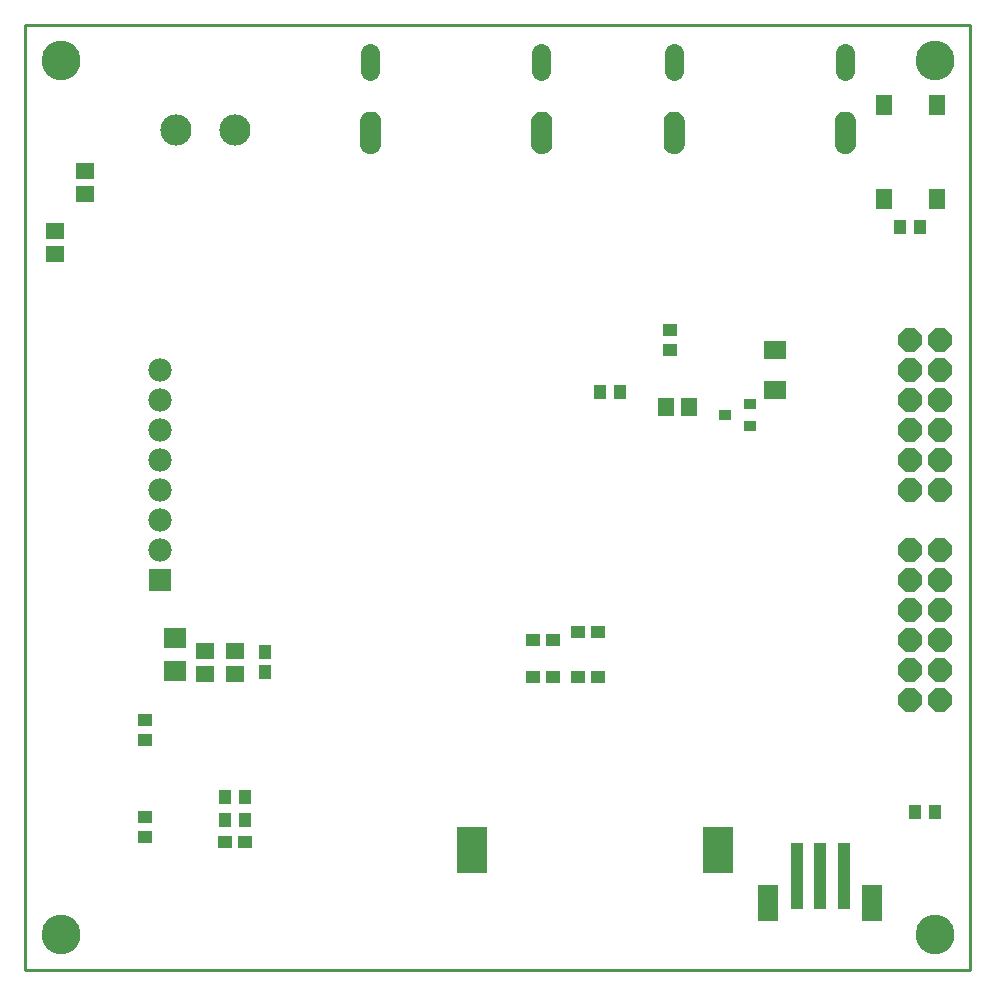
<source format=gbs>
G75*
%MOIN*%
%OFA0B0*%
%FSLAX25Y25*%
%IPPOS*%
%LPD*%
%AMOC8*
5,1,8,0,0,1.08239X$1,22.5*
%
%ADD10C,0.01000*%
%ADD11C,0.00000*%
%ADD12C,0.12900*%
%ADD13R,0.04731X0.04337*%
%ADD14OC8,0.07800*%
%ADD15R,0.04337X0.04731*%
%ADD16R,0.06306X0.05518*%
%ADD17R,0.07487X0.06699*%
%ADD18R,0.03943X0.03550*%
%ADD19R,0.05518X0.06306*%
%ADD20R,0.07487X0.05912*%
%ADD21C,0.06306*%
%ADD22C,0.00039*%
%ADD23R,0.05518X0.06502*%
%ADD24C,0.10400*%
%ADD25R,0.04337X0.22054*%
%ADD26R,0.06699X0.12211*%
%ADD27R,0.07800X0.07800*%
%ADD28C,0.07800*%
%ADD29R,0.10400X0.15400*%
D10*
X0032280Y0028618D02*
X0032280Y0343579D01*
X0347241Y0343579D01*
X0347241Y0028618D01*
X0032280Y0028618D01*
D11*
X0037841Y0040429D02*
X0037843Y0040587D01*
X0037849Y0040744D01*
X0037859Y0040902D01*
X0037873Y0041059D01*
X0037891Y0041215D01*
X0037912Y0041372D01*
X0037938Y0041527D01*
X0037968Y0041682D01*
X0038001Y0041836D01*
X0038039Y0041989D01*
X0038080Y0042142D01*
X0038125Y0042293D01*
X0038174Y0042443D01*
X0038227Y0042591D01*
X0038283Y0042739D01*
X0038344Y0042884D01*
X0038407Y0043029D01*
X0038475Y0043171D01*
X0038546Y0043312D01*
X0038620Y0043451D01*
X0038698Y0043588D01*
X0038780Y0043723D01*
X0038864Y0043856D01*
X0038953Y0043987D01*
X0039044Y0044115D01*
X0039139Y0044242D01*
X0039236Y0044365D01*
X0039337Y0044487D01*
X0039441Y0044605D01*
X0039548Y0044721D01*
X0039658Y0044834D01*
X0039770Y0044945D01*
X0039886Y0045052D01*
X0040004Y0045157D01*
X0040124Y0045259D01*
X0040247Y0045357D01*
X0040373Y0045453D01*
X0040501Y0045545D01*
X0040631Y0045634D01*
X0040763Y0045720D01*
X0040898Y0045802D01*
X0041035Y0045881D01*
X0041173Y0045956D01*
X0041313Y0046028D01*
X0041456Y0046096D01*
X0041599Y0046161D01*
X0041745Y0046222D01*
X0041892Y0046279D01*
X0042040Y0046333D01*
X0042190Y0046383D01*
X0042340Y0046429D01*
X0042492Y0046471D01*
X0042645Y0046510D01*
X0042799Y0046544D01*
X0042954Y0046575D01*
X0043109Y0046601D01*
X0043265Y0046624D01*
X0043422Y0046643D01*
X0043579Y0046658D01*
X0043736Y0046669D01*
X0043894Y0046676D01*
X0044052Y0046679D01*
X0044209Y0046678D01*
X0044367Y0046673D01*
X0044524Y0046664D01*
X0044682Y0046651D01*
X0044838Y0046634D01*
X0044995Y0046613D01*
X0045150Y0046589D01*
X0045305Y0046560D01*
X0045460Y0046527D01*
X0045613Y0046491D01*
X0045766Y0046450D01*
X0045917Y0046406D01*
X0046067Y0046358D01*
X0046216Y0046307D01*
X0046364Y0046251D01*
X0046510Y0046192D01*
X0046655Y0046129D01*
X0046798Y0046062D01*
X0046939Y0045992D01*
X0047078Y0045919D01*
X0047216Y0045842D01*
X0047352Y0045761D01*
X0047485Y0045677D01*
X0047616Y0045590D01*
X0047745Y0045499D01*
X0047872Y0045405D01*
X0047997Y0045308D01*
X0048118Y0045208D01*
X0048238Y0045105D01*
X0048354Y0044999D01*
X0048468Y0044890D01*
X0048580Y0044778D01*
X0048688Y0044664D01*
X0048793Y0044546D01*
X0048896Y0044426D01*
X0048995Y0044304D01*
X0049091Y0044179D01*
X0049184Y0044051D01*
X0049274Y0043922D01*
X0049360Y0043790D01*
X0049444Y0043656D01*
X0049523Y0043520D01*
X0049600Y0043382D01*
X0049672Y0043242D01*
X0049741Y0043100D01*
X0049807Y0042957D01*
X0049869Y0042812D01*
X0049927Y0042665D01*
X0049982Y0042517D01*
X0050033Y0042368D01*
X0050080Y0042217D01*
X0050123Y0042066D01*
X0050162Y0041913D01*
X0050198Y0041759D01*
X0050229Y0041605D01*
X0050257Y0041450D01*
X0050281Y0041294D01*
X0050301Y0041137D01*
X0050317Y0040980D01*
X0050329Y0040823D01*
X0050337Y0040666D01*
X0050341Y0040508D01*
X0050341Y0040350D01*
X0050337Y0040192D01*
X0050329Y0040035D01*
X0050317Y0039878D01*
X0050301Y0039721D01*
X0050281Y0039564D01*
X0050257Y0039408D01*
X0050229Y0039253D01*
X0050198Y0039099D01*
X0050162Y0038945D01*
X0050123Y0038792D01*
X0050080Y0038641D01*
X0050033Y0038490D01*
X0049982Y0038341D01*
X0049927Y0038193D01*
X0049869Y0038046D01*
X0049807Y0037901D01*
X0049741Y0037758D01*
X0049672Y0037616D01*
X0049600Y0037476D01*
X0049523Y0037338D01*
X0049444Y0037202D01*
X0049360Y0037068D01*
X0049274Y0036936D01*
X0049184Y0036807D01*
X0049091Y0036679D01*
X0048995Y0036554D01*
X0048896Y0036432D01*
X0048793Y0036312D01*
X0048688Y0036194D01*
X0048580Y0036080D01*
X0048468Y0035968D01*
X0048354Y0035859D01*
X0048238Y0035753D01*
X0048118Y0035650D01*
X0047997Y0035550D01*
X0047872Y0035453D01*
X0047745Y0035359D01*
X0047616Y0035268D01*
X0047485Y0035181D01*
X0047352Y0035097D01*
X0047216Y0035016D01*
X0047078Y0034939D01*
X0046939Y0034866D01*
X0046798Y0034796D01*
X0046655Y0034729D01*
X0046510Y0034666D01*
X0046364Y0034607D01*
X0046216Y0034551D01*
X0046067Y0034500D01*
X0045917Y0034452D01*
X0045766Y0034408D01*
X0045613Y0034367D01*
X0045460Y0034331D01*
X0045305Y0034298D01*
X0045150Y0034269D01*
X0044995Y0034245D01*
X0044838Y0034224D01*
X0044682Y0034207D01*
X0044524Y0034194D01*
X0044367Y0034185D01*
X0044209Y0034180D01*
X0044052Y0034179D01*
X0043894Y0034182D01*
X0043736Y0034189D01*
X0043579Y0034200D01*
X0043422Y0034215D01*
X0043265Y0034234D01*
X0043109Y0034257D01*
X0042954Y0034283D01*
X0042799Y0034314D01*
X0042645Y0034348D01*
X0042492Y0034387D01*
X0042340Y0034429D01*
X0042190Y0034475D01*
X0042040Y0034525D01*
X0041892Y0034579D01*
X0041745Y0034636D01*
X0041599Y0034697D01*
X0041456Y0034762D01*
X0041313Y0034830D01*
X0041173Y0034902D01*
X0041035Y0034977D01*
X0040898Y0035056D01*
X0040763Y0035138D01*
X0040631Y0035224D01*
X0040501Y0035313D01*
X0040373Y0035405D01*
X0040247Y0035501D01*
X0040124Y0035599D01*
X0040004Y0035701D01*
X0039886Y0035806D01*
X0039770Y0035913D01*
X0039658Y0036024D01*
X0039548Y0036137D01*
X0039441Y0036253D01*
X0039337Y0036371D01*
X0039236Y0036493D01*
X0039139Y0036616D01*
X0039044Y0036743D01*
X0038953Y0036871D01*
X0038864Y0037002D01*
X0038780Y0037135D01*
X0038698Y0037270D01*
X0038620Y0037407D01*
X0038546Y0037546D01*
X0038475Y0037687D01*
X0038407Y0037829D01*
X0038344Y0037974D01*
X0038283Y0038119D01*
X0038227Y0038267D01*
X0038174Y0038415D01*
X0038125Y0038565D01*
X0038080Y0038716D01*
X0038039Y0038869D01*
X0038001Y0039022D01*
X0037968Y0039176D01*
X0037938Y0039331D01*
X0037912Y0039486D01*
X0037891Y0039643D01*
X0037873Y0039799D01*
X0037859Y0039956D01*
X0037849Y0040114D01*
X0037843Y0040271D01*
X0037841Y0040429D01*
X0329180Y0040429D02*
X0329182Y0040587D01*
X0329188Y0040744D01*
X0329198Y0040902D01*
X0329212Y0041059D01*
X0329230Y0041215D01*
X0329251Y0041372D01*
X0329277Y0041527D01*
X0329307Y0041682D01*
X0329340Y0041836D01*
X0329378Y0041989D01*
X0329419Y0042142D01*
X0329464Y0042293D01*
X0329513Y0042443D01*
X0329566Y0042591D01*
X0329622Y0042739D01*
X0329683Y0042884D01*
X0329746Y0043029D01*
X0329814Y0043171D01*
X0329885Y0043312D01*
X0329959Y0043451D01*
X0330037Y0043588D01*
X0330119Y0043723D01*
X0330203Y0043856D01*
X0330292Y0043987D01*
X0330383Y0044115D01*
X0330478Y0044242D01*
X0330575Y0044365D01*
X0330676Y0044487D01*
X0330780Y0044605D01*
X0330887Y0044721D01*
X0330997Y0044834D01*
X0331109Y0044945D01*
X0331225Y0045052D01*
X0331343Y0045157D01*
X0331463Y0045259D01*
X0331586Y0045357D01*
X0331712Y0045453D01*
X0331840Y0045545D01*
X0331970Y0045634D01*
X0332102Y0045720D01*
X0332237Y0045802D01*
X0332374Y0045881D01*
X0332512Y0045956D01*
X0332652Y0046028D01*
X0332795Y0046096D01*
X0332938Y0046161D01*
X0333084Y0046222D01*
X0333231Y0046279D01*
X0333379Y0046333D01*
X0333529Y0046383D01*
X0333679Y0046429D01*
X0333831Y0046471D01*
X0333984Y0046510D01*
X0334138Y0046544D01*
X0334293Y0046575D01*
X0334448Y0046601D01*
X0334604Y0046624D01*
X0334761Y0046643D01*
X0334918Y0046658D01*
X0335075Y0046669D01*
X0335233Y0046676D01*
X0335391Y0046679D01*
X0335548Y0046678D01*
X0335706Y0046673D01*
X0335863Y0046664D01*
X0336021Y0046651D01*
X0336177Y0046634D01*
X0336334Y0046613D01*
X0336489Y0046589D01*
X0336644Y0046560D01*
X0336799Y0046527D01*
X0336952Y0046491D01*
X0337105Y0046450D01*
X0337256Y0046406D01*
X0337406Y0046358D01*
X0337555Y0046307D01*
X0337703Y0046251D01*
X0337849Y0046192D01*
X0337994Y0046129D01*
X0338137Y0046062D01*
X0338278Y0045992D01*
X0338417Y0045919D01*
X0338555Y0045842D01*
X0338691Y0045761D01*
X0338824Y0045677D01*
X0338955Y0045590D01*
X0339084Y0045499D01*
X0339211Y0045405D01*
X0339336Y0045308D01*
X0339457Y0045208D01*
X0339577Y0045105D01*
X0339693Y0044999D01*
X0339807Y0044890D01*
X0339919Y0044778D01*
X0340027Y0044664D01*
X0340132Y0044546D01*
X0340235Y0044426D01*
X0340334Y0044304D01*
X0340430Y0044179D01*
X0340523Y0044051D01*
X0340613Y0043922D01*
X0340699Y0043790D01*
X0340783Y0043656D01*
X0340862Y0043520D01*
X0340939Y0043382D01*
X0341011Y0043242D01*
X0341080Y0043100D01*
X0341146Y0042957D01*
X0341208Y0042812D01*
X0341266Y0042665D01*
X0341321Y0042517D01*
X0341372Y0042368D01*
X0341419Y0042217D01*
X0341462Y0042066D01*
X0341501Y0041913D01*
X0341537Y0041759D01*
X0341568Y0041605D01*
X0341596Y0041450D01*
X0341620Y0041294D01*
X0341640Y0041137D01*
X0341656Y0040980D01*
X0341668Y0040823D01*
X0341676Y0040666D01*
X0341680Y0040508D01*
X0341680Y0040350D01*
X0341676Y0040192D01*
X0341668Y0040035D01*
X0341656Y0039878D01*
X0341640Y0039721D01*
X0341620Y0039564D01*
X0341596Y0039408D01*
X0341568Y0039253D01*
X0341537Y0039099D01*
X0341501Y0038945D01*
X0341462Y0038792D01*
X0341419Y0038641D01*
X0341372Y0038490D01*
X0341321Y0038341D01*
X0341266Y0038193D01*
X0341208Y0038046D01*
X0341146Y0037901D01*
X0341080Y0037758D01*
X0341011Y0037616D01*
X0340939Y0037476D01*
X0340862Y0037338D01*
X0340783Y0037202D01*
X0340699Y0037068D01*
X0340613Y0036936D01*
X0340523Y0036807D01*
X0340430Y0036679D01*
X0340334Y0036554D01*
X0340235Y0036432D01*
X0340132Y0036312D01*
X0340027Y0036194D01*
X0339919Y0036080D01*
X0339807Y0035968D01*
X0339693Y0035859D01*
X0339577Y0035753D01*
X0339457Y0035650D01*
X0339336Y0035550D01*
X0339211Y0035453D01*
X0339084Y0035359D01*
X0338955Y0035268D01*
X0338824Y0035181D01*
X0338691Y0035097D01*
X0338555Y0035016D01*
X0338417Y0034939D01*
X0338278Y0034866D01*
X0338137Y0034796D01*
X0337994Y0034729D01*
X0337849Y0034666D01*
X0337703Y0034607D01*
X0337555Y0034551D01*
X0337406Y0034500D01*
X0337256Y0034452D01*
X0337105Y0034408D01*
X0336952Y0034367D01*
X0336799Y0034331D01*
X0336644Y0034298D01*
X0336489Y0034269D01*
X0336334Y0034245D01*
X0336177Y0034224D01*
X0336021Y0034207D01*
X0335863Y0034194D01*
X0335706Y0034185D01*
X0335548Y0034180D01*
X0335391Y0034179D01*
X0335233Y0034182D01*
X0335075Y0034189D01*
X0334918Y0034200D01*
X0334761Y0034215D01*
X0334604Y0034234D01*
X0334448Y0034257D01*
X0334293Y0034283D01*
X0334138Y0034314D01*
X0333984Y0034348D01*
X0333831Y0034387D01*
X0333679Y0034429D01*
X0333529Y0034475D01*
X0333379Y0034525D01*
X0333231Y0034579D01*
X0333084Y0034636D01*
X0332938Y0034697D01*
X0332795Y0034762D01*
X0332652Y0034830D01*
X0332512Y0034902D01*
X0332374Y0034977D01*
X0332237Y0035056D01*
X0332102Y0035138D01*
X0331970Y0035224D01*
X0331840Y0035313D01*
X0331712Y0035405D01*
X0331586Y0035501D01*
X0331463Y0035599D01*
X0331343Y0035701D01*
X0331225Y0035806D01*
X0331109Y0035913D01*
X0330997Y0036024D01*
X0330887Y0036137D01*
X0330780Y0036253D01*
X0330676Y0036371D01*
X0330575Y0036493D01*
X0330478Y0036616D01*
X0330383Y0036743D01*
X0330292Y0036871D01*
X0330203Y0037002D01*
X0330119Y0037135D01*
X0330037Y0037270D01*
X0329959Y0037407D01*
X0329885Y0037546D01*
X0329814Y0037687D01*
X0329746Y0037829D01*
X0329683Y0037974D01*
X0329622Y0038119D01*
X0329566Y0038267D01*
X0329513Y0038415D01*
X0329464Y0038565D01*
X0329419Y0038716D01*
X0329378Y0038869D01*
X0329340Y0039022D01*
X0329307Y0039176D01*
X0329277Y0039331D01*
X0329251Y0039486D01*
X0329230Y0039643D01*
X0329212Y0039799D01*
X0329198Y0039956D01*
X0329188Y0040114D01*
X0329182Y0040271D01*
X0329180Y0040429D01*
X0329180Y0331768D02*
X0329182Y0331926D01*
X0329188Y0332083D01*
X0329198Y0332241D01*
X0329212Y0332398D01*
X0329230Y0332554D01*
X0329251Y0332711D01*
X0329277Y0332866D01*
X0329307Y0333021D01*
X0329340Y0333175D01*
X0329378Y0333328D01*
X0329419Y0333481D01*
X0329464Y0333632D01*
X0329513Y0333782D01*
X0329566Y0333930D01*
X0329622Y0334078D01*
X0329683Y0334223D01*
X0329746Y0334368D01*
X0329814Y0334510D01*
X0329885Y0334651D01*
X0329959Y0334790D01*
X0330037Y0334927D01*
X0330119Y0335062D01*
X0330203Y0335195D01*
X0330292Y0335326D01*
X0330383Y0335454D01*
X0330478Y0335581D01*
X0330575Y0335704D01*
X0330676Y0335826D01*
X0330780Y0335944D01*
X0330887Y0336060D01*
X0330997Y0336173D01*
X0331109Y0336284D01*
X0331225Y0336391D01*
X0331343Y0336496D01*
X0331463Y0336598D01*
X0331586Y0336696D01*
X0331712Y0336792D01*
X0331840Y0336884D01*
X0331970Y0336973D01*
X0332102Y0337059D01*
X0332237Y0337141D01*
X0332374Y0337220D01*
X0332512Y0337295D01*
X0332652Y0337367D01*
X0332795Y0337435D01*
X0332938Y0337500D01*
X0333084Y0337561D01*
X0333231Y0337618D01*
X0333379Y0337672D01*
X0333529Y0337722D01*
X0333679Y0337768D01*
X0333831Y0337810D01*
X0333984Y0337849D01*
X0334138Y0337883D01*
X0334293Y0337914D01*
X0334448Y0337940D01*
X0334604Y0337963D01*
X0334761Y0337982D01*
X0334918Y0337997D01*
X0335075Y0338008D01*
X0335233Y0338015D01*
X0335391Y0338018D01*
X0335548Y0338017D01*
X0335706Y0338012D01*
X0335863Y0338003D01*
X0336021Y0337990D01*
X0336177Y0337973D01*
X0336334Y0337952D01*
X0336489Y0337928D01*
X0336644Y0337899D01*
X0336799Y0337866D01*
X0336952Y0337830D01*
X0337105Y0337789D01*
X0337256Y0337745D01*
X0337406Y0337697D01*
X0337555Y0337646D01*
X0337703Y0337590D01*
X0337849Y0337531D01*
X0337994Y0337468D01*
X0338137Y0337401D01*
X0338278Y0337331D01*
X0338417Y0337258D01*
X0338555Y0337181D01*
X0338691Y0337100D01*
X0338824Y0337016D01*
X0338955Y0336929D01*
X0339084Y0336838D01*
X0339211Y0336744D01*
X0339336Y0336647D01*
X0339457Y0336547D01*
X0339577Y0336444D01*
X0339693Y0336338D01*
X0339807Y0336229D01*
X0339919Y0336117D01*
X0340027Y0336003D01*
X0340132Y0335885D01*
X0340235Y0335765D01*
X0340334Y0335643D01*
X0340430Y0335518D01*
X0340523Y0335390D01*
X0340613Y0335261D01*
X0340699Y0335129D01*
X0340783Y0334995D01*
X0340862Y0334859D01*
X0340939Y0334721D01*
X0341011Y0334581D01*
X0341080Y0334439D01*
X0341146Y0334296D01*
X0341208Y0334151D01*
X0341266Y0334004D01*
X0341321Y0333856D01*
X0341372Y0333707D01*
X0341419Y0333556D01*
X0341462Y0333405D01*
X0341501Y0333252D01*
X0341537Y0333098D01*
X0341568Y0332944D01*
X0341596Y0332789D01*
X0341620Y0332633D01*
X0341640Y0332476D01*
X0341656Y0332319D01*
X0341668Y0332162D01*
X0341676Y0332005D01*
X0341680Y0331847D01*
X0341680Y0331689D01*
X0341676Y0331531D01*
X0341668Y0331374D01*
X0341656Y0331217D01*
X0341640Y0331060D01*
X0341620Y0330903D01*
X0341596Y0330747D01*
X0341568Y0330592D01*
X0341537Y0330438D01*
X0341501Y0330284D01*
X0341462Y0330131D01*
X0341419Y0329980D01*
X0341372Y0329829D01*
X0341321Y0329680D01*
X0341266Y0329532D01*
X0341208Y0329385D01*
X0341146Y0329240D01*
X0341080Y0329097D01*
X0341011Y0328955D01*
X0340939Y0328815D01*
X0340862Y0328677D01*
X0340783Y0328541D01*
X0340699Y0328407D01*
X0340613Y0328275D01*
X0340523Y0328146D01*
X0340430Y0328018D01*
X0340334Y0327893D01*
X0340235Y0327771D01*
X0340132Y0327651D01*
X0340027Y0327533D01*
X0339919Y0327419D01*
X0339807Y0327307D01*
X0339693Y0327198D01*
X0339577Y0327092D01*
X0339457Y0326989D01*
X0339336Y0326889D01*
X0339211Y0326792D01*
X0339084Y0326698D01*
X0338955Y0326607D01*
X0338824Y0326520D01*
X0338691Y0326436D01*
X0338555Y0326355D01*
X0338417Y0326278D01*
X0338278Y0326205D01*
X0338137Y0326135D01*
X0337994Y0326068D01*
X0337849Y0326005D01*
X0337703Y0325946D01*
X0337555Y0325890D01*
X0337406Y0325839D01*
X0337256Y0325791D01*
X0337105Y0325747D01*
X0336952Y0325706D01*
X0336799Y0325670D01*
X0336644Y0325637D01*
X0336489Y0325608D01*
X0336334Y0325584D01*
X0336177Y0325563D01*
X0336021Y0325546D01*
X0335863Y0325533D01*
X0335706Y0325524D01*
X0335548Y0325519D01*
X0335391Y0325518D01*
X0335233Y0325521D01*
X0335075Y0325528D01*
X0334918Y0325539D01*
X0334761Y0325554D01*
X0334604Y0325573D01*
X0334448Y0325596D01*
X0334293Y0325622D01*
X0334138Y0325653D01*
X0333984Y0325687D01*
X0333831Y0325726D01*
X0333679Y0325768D01*
X0333529Y0325814D01*
X0333379Y0325864D01*
X0333231Y0325918D01*
X0333084Y0325975D01*
X0332938Y0326036D01*
X0332795Y0326101D01*
X0332652Y0326169D01*
X0332512Y0326241D01*
X0332374Y0326316D01*
X0332237Y0326395D01*
X0332102Y0326477D01*
X0331970Y0326563D01*
X0331840Y0326652D01*
X0331712Y0326744D01*
X0331586Y0326840D01*
X0331463Y0326938D01*
X0331343Y0327040D01*
X0331225Y0327145D01*
X0331109Y0327252D01*
X0330997Y0327363D01*
X0330887Y0327476D01*
X0330780Y0327592D01*
X0330676Y0327710D01*
X0330575Y0327832D01*
X0330478Y0327955D01*
X0330383Y0328082D01*
X0330292Y0328210D01*
X0330203Y0328341D01*
X0330119Y0328474D01*
X0330037Y0328609D01*
X0329959Y0328746D01*
X0329885Y0328885D01*
X0329814Y0329026D01*
X0329746Y0329168D01*
X0329683Y0329313D01*
X0329622Y0329458D01*
X0329566Y0329606D01*
X0329513Y0329754D01*
X0329464Y0329904D01*
X0329419Y0330055D01*
X0329378Y0330208D01*
X0329340Y0330361D01*
X0329307Y0330515D01*
X0329277Y0330670D01*
X0329251Y0330825D01*
X0329230Y0330982D01*
X0329212Y0331138D01*
X0329198Y0331295D01*
X0329188Y0331453D01*
X0329182Y0331610D01*
X0329180Y0331768D01*
X0037841Y0331768D02*
X0037843Y0331926D01*
X0037849Y0332083D01*
X0037859Y0332241D01*
X0037873Y0332398D01*
X0037891Y0332554D01*
X0037912Y0332711D01*
X0037938Y0332866D01*
X0037968Y0333021D01*
X0038001Y0333175D01*
X0038039Y0333328D01*
X0038080Y0333481D01*
X0038125Y0333632D01*
X0038174Y0333782D01*
X0038227Y0333930D01*
X0038283Y0334078D01*
X0038344Y0334223D01*
X0038407Y0334368D01*
X0038475Y0334510D01*
X0038546Y0334651D01*
X0038620Y0334790D01*
X0038698Y0334927D01*
X0038780Y0335062D01*
X0038864Y0335195D01*
X0038953Y0335326D01*
X0039044Y0335454D01*
X0039139Y0335581D01*
X0039236Y0335704D01*
X0039337Y0335826D01*
X0039441Y0335944D01*
X0039548Y0336060D01*
X0039658Y0336173D01*
X0039770Y0336284D01*
X0039886Y0336391D01*
X0040004Y0336496D01*
X0040124Y0336598D01*
X0040247Y0336696D01*
X0040373Y0336792D01*
X0040501Y0336884D01*
X0040631Y0336973D01*
X0040763Y0337059D01*
X0040898Y0337141D01*
X0041035Y0337220D01*
X0041173Y0337295D01*
X0041313Y0337367D01*
X0041456Y0337435D01*
X0041599Y0337500D01*
X0041745Y0337561D01*
X0041892Y0337618D01*
X0042040Y0337672D01*
X0042190Y0337722D01*
X0042340Y0337768D01*
X0042492Y0337810D01*
X0042645Y0337849D01*
X0042799Y0337883D01*
X0042954Y0337914D01*
X0043109Y0337940D01*
X0043265Y0337963D01*
X0043422Y0337982D01*
X0043579Y0337997D01*
X0043736Y0338008D01*
X0043894Y0338015D01*
X0044052Y0338018D01*
X0044209Y0338017D01*
X0044367Y0338012D01*
X0044524Y0338003D01*
X0044682Y0337990D01*
X0044838Y0337973D01*
X0044995Y0337952D01*
X0045150Y0337928D01*
X0045305Y0337899D01*
X0045460Y0337866D01*
X0045613Y0337830D01*
X0045766Y0337789D01*
X0045917Y0337745D01*
X0046067Y0337697D01*
X0046216Y0337646D01*
X0046364Y0337590D01*
X0046510Y0337531D01*
X0046655Y0337468D01*
X0046798Y0337401D01*
X0046939Y0337331D01*
X0047078Y0337258D01*
X0047216Y0337181D01*
X0047352Y0337100D01*
X0047485Y0337016D01*
X0047616Y0336929D01*
X0047745Y0336838D01*
X0047872Y0336744D01*
X0047997Y0336647D01*
X0048118Y0336547D01*
X0048238Y0336444D01*
X0048354Y0336338D01*
X0048468Y0336229D01*
X0048580Y0336117D01*
X0048688Y0336003D01*
X0048793Y0335885D01*
X0048896Y0335765D01*
X0048995Y0335643D01*
X0049091Y0335518D01*
X0049184Y0335390D01*
X0049274Y0335261D01*
X0049360Y0335129D01*
X0049444Y0334995D01*
X0049523Y0334859D01*
X0049600Y0334721D01*
X0049672Y0334581D01*
X0049741Y0334439D01*
X0049807Y0334296D01*
X0049869Y0334151D01*
X0049927Y0334004D01*
X0049982Y0333856D01*
X0050033Y0333707D01*
X0050080Y0333556D01*
X0050123Y0333405D01*
X0050162Y0333252D01*
X0050198Y0333098D01*
X0050229Y0332944D01*
X0050257Y0332789D01*
X0050281Y0332633D01*
X0050301Y0332476D01*
X0050317Y0332319D01*
X0050329Y0332162D01*
X0050337Y0332005D01*
X0050341Y0331847D01*
X0050341Y0331689D01*
X0050337Y0331531D01*
X0050329Y0331374D01*
X0050317Y0331217D01*
X0050301Y0331060D01*
X0050281Y0330903D01*
X0050257Y0330747D01*
X0050229Y0330592D01*
X0050198Y0330438D01*
X0050162Y0330284D01*
X0050123Y0330131D01*
X0050080Y0329980D01*
X0050033Y0329829D01*
X0049982Y0329680D01*
X0049927Y0329532D01*
X0049869Y0329385D01*
X0049807Y0329240D01*
X0049741Y0329097D01*
X0049672Y0328955D01*
X0049600Y0328815D01*
X0049523Y0328677D01*
X0049444Y0328541D01*
X0049360Y0328407D01*
X0049274Y0328275D01*
X0049184Y0328146D01*
X0049091Y0328018D01*
X0048995Y0327893D01*
X0048896Y0327771D01*
X0048793Y0327651D01*
X0048688Y0327533D01*
X0048580Y0327419D01*
X0048468Y0327307D01*
X0048354Y0327198D01*
X0048238Y0327092D01*
X0048118Y0326989D01*
X0047997Y0326889D01*
X0047872Y0326792D01*
X0047745Y0326698D01*
X0047616Y0326607D01*
X0047485Y0326520D01*
X0047352Y0326436D01*
X0047216Y0326355D01*
X0047078Y0326278D01*
X0046939Y0326205D01*
X0046798Y0326135D01*
X0046655Y0326068D01*
X0046510Y0326005D01*
X0046364Y0325946D01*
X0046216Y0325890D01*
X0046067Y0325839D01*
X0045917Y0325791D01*
X0045766Y0325747D01*
X0045613Y0325706D01*
X0045460Y0325670D01*
X0045305Y0325637D01*
X0045150Y0325608D01*
X0044995Y0325584D01*
X0044838Y0325563D01*
X0044682Y0325546D01*
X0044524Y0325533D01*
X0044367Y0325524D01*
X0044209Y0325519D01*
X0044052Y0325518D01*
X0043894Y0325521D01*
X0043736Y0325528D01*
X0043579Y0325539D01*
X0043422Y0325554D01*
X0043265Y0325573D01*
X0043109Y0325596D01*
X0042954Y0325622D01*
X0042799Y0325653D01*
X0042645Y0325687D01*
X0042492Y0325726D01*
X0042340Y0325768D01*
X0042190Y0325814D01*
X0042040Y0325864D01*
X0041892Y0325918D01*
X0041745Y0325975D01*
X0041599Y0326036D01*
X0041456Y0326101D01*
X0041313Y0326169D01*
X0041173Y0326241D01*
X0041035Y0326316D01*
X0040898Y0326395D01*
X0040763Y0326477D01*
X0040631Y0326563D01*
X0040501Y0326652D01*
X0040373Y0326744D01*
X0040247Y0326840D01*
X0040124Y0326938D01*
X0040004Y0327040D01*
X0039886Y0327145D01*
X0039770Y0327252D01*
X0039658Y0327363D01*
X0039548Y0327476D01*
X0039441Y0327592D01*
X0039337Y0327710D01*
X0039236Y0327832D01*
X0039139Y0327955D01*
X0039044Y0328082D01*
X0038953Y0328210D01*
X0038864Y0328341D01*
X0038780Y0328474D01*
X0038698Y0328609D01*
X0038620Y0328746D01*
X0038546Y0328885D01*
X0038475Y0329026D01*
X0038407Y0329168D01*
X0038344Y0329313D01*
X0038283Y0329458D01*
X0038227Y0329606D01*
X0038174Y0329754D01*
X0038125Y0329904D01*
X0038080Y0330055D01*
X0038039Y0330208D01*
X0038001Y0330361D01*
X0037968Y0330515D01*
X0037938Y0330670D01*
X0037912Y0330825D01*
X0037891Y0330982D01*
X0037873Y0331138D01*
X0037859Y0331295D01*
X0037849Y0331453D01*
X0037843Y0331610D01*
X0037841Y0331768D01*
D12*
X0044091Y0331768D03*
X0335430Y0331768D03*
X0335430Y0040429D03*
X0044091Y0040429D03*
D13*
X0072280Y0072772D03*
X0072280Y0079465D03*
X0098934Y0071118D03*
X0105627Y0071118D03*
X0072280Y0105272D03*
X0072280Y0111965D03*
X0201434Y0126118D03*
X0208127Y0126118D03*
X0216434Y0126118D03*
X0223127Y0126118D03*
X0208127Y0138618D03*
X0216434Y0141118D03*
X0223127Y0141118D03*
X0201434Y0138618D03*
X0247280Y0235272D03*
X0247280Y0241965D03*
D14*
X0327280Y0238618D03*
X0327280Y0228618D03*
X0337280Y0228618D03*
X0337280Y0238618D03*
X0337280Y0218618D03*
X0327280Y0218618D03*
X0327280Y0208618D03*
X0337280Y0208618D03*
X0337280Y0198618D03*
X0327280Y0198618D03*
X0327280Y0188618D03*
X0337280Y0188618D03*
X0337280Y0168618D03*
X0327280Y0168618D03*
X0327280Y0158618D03*
X0327280Y0148618D03*
X0337280Y0148618D03*
X0337280Y0158618D03*
X0337280Y0138618D03*
X0327280Y0138618D03*
X0327280Y0128618D03*
X0337280Y0128618D03*
X0337280Y0118618D03*
X0327280Y0118618D03*
D15*
X0328934Y0081118D03*
X0335627Y0081118D03*
X0230627Y0221118D03*
X0223934Y0221118D03*
X0323934Y0276118D03*
X0330627Y0276118D03*
X0112280Y0134465D03*
X0112280Y0127772D03*
X0105627Y0086118D03*
X0098934Y0086118D03*
X0098934Y0078618D03*
X0105627Y0078618D03*
D16*
X0102280Y0127378D03*
X0102280Y0134858D03*
X0092280Y0134858D03*
X0092280Y0127378D03*
X0042280Y0267378D03*
X0042280Y0274858D03*
X0052280Y0287378D03*
X0052280Y0294858D03*
D17*
X0082280Y0139130D03*
X0082280Y0128106D03*
D18*
X0265449Y0213618D03*
X0273717Y0209878D03*
X0273717Y0217358D03*
D19*
X0253520Y0216118D03*
X0246040Y0216118D03*
D20*
X0282280Y0221925D03*
X0282280Y0235311D03*
D21*
X0305509Y0304799D02*
X0305509Y0310705D01*
X0305509Y0328264D02*
X0305509Y0334169D01*
X0248422Y0334169D02*
X0248422Y0328264D01*
X0248422Y0310705D02*
X0248422Y0304799D01*
X0204327Y0304799D02*
X0204327Y0310705D01*
X0204327Y0328264D02*
X0204327Y0334169D01*
X0147241Y0334169D02*
X0147241Y0328264D01*
X0147241Y0310705D02*
X0147241Y0304799D01*
D22*
X0150587Y0304811D02*
X0143894Y0304811D01*
X0143894Y0304773D02*
X0150587Y0304773D01*
X0150587Y0304736D02*
X0143894Y0304736D01*
X0143894Y0304698D02*
X0150587Y0304698D01*
X0150587Y0304660D02*
X0143894Y0304660D01*
X0143894Y0304622D02*
X0150587Y0304622D01*
X0150587Y0304584D02*
X0143894Y0304584D01*
X0143894Y0304546D02*
X0150587Y0304546D01*
X0150587Y0304508D02*
X0143894Y0304508D01*
X0143894Y0304470D02*
X0150587Y0304470D01*
X0150587Y0304433D02*
X0143894Y0304433D01*
X0143894Y0304395D02*
X0150587Y0304395D01*
X0150587Y0304357D02*
X0143894Y0304357D01*
X0143894Y0304319D02*
X0150587Y0304319D01*
X0150587Y0304281D02*
X0143894Y0304281D01*
X0143894Y0304243D02*
X0150587Y0304243D01*
X0150587Y0304209D02*
X0150523Y0303556D01*
X0150333Y0302928D01*
X0150023Y0302349D01*
X0144459Y0302349D01*
X0144458Y0302349D02*
X0144149Y0302928D01*
X0143959Y0303556D01*
X0143894Y0304209D01*
X0143894Y0305980D01*
X0143894Y0309012D01*
X0150587Y0309012D01*
X0150587Y0305980D01*
X0143894Y0305980D01*
X0143894Y0305948D02*
X0150587Y0305948D01*
X0150587Y0305980D02*
X0150587Y0304209D01*
X0150587Y0304205D02*
X0143895Y0304205D01*
X0143898Y0304167D02*
X0150583Y0304167D01*
X0150579Y0304130D02*
X0143902Y0304130D01*
X0143906Y0304092D02*
X0150576Y0304092D01*
X0150572Y0304054D02*
X0143910Y0304054D01*
X0143913Y0304016D02*
X0150568Y0304016D01*
X0150565Y0303978D02*
X0143917Y0303978D01*
X0143921Y0303940D02*
X0150561Y0303940D01*
X0150557Y0303902D02*
X0143925Y0303902D01*
X0143928Y0303864D02*
X0150553Y0303864D01*
X0150550Y0303826D02*
X0143932Y0303826D01*
X0143936Y0303789D02*
X0150546Y0303789D01*
X0150542Y0303751D02*
X0143939Y0303751D01*
X0143943Y0303713D02*
X0150538Y0303713D01*
X0150535Y0303675D02*
X0143947Y0303675D01*
X0143951Y0303637D02*
X0150531Y0303637D01*
X0150527Y0303599D02*
X0143954Y0303599D01*
X0143958Y0303561D02*
X0150524Y0303561D01*
X0150513Y0303523D02*
X0143968Y0303523D01*
X0143980Y0303486D02*
X0150502Y0303486D01*
X0150490Y0303448D02*
X0143991Y0303448D01*
X0144003Y0303410D02*
X0150479Y0303410D01*
X0150467Y0303372D02*
X0144014Y0303372D01*
X0144026Y0303334D02*
X0150456Y0303334D01*
X0150444Y0303296D02*
X0144037Y0303296D01*
X0144049Y0303258D02*
X0150433Y0303258D01*
X0150421Y0303220D02*
X0144060Y0303220D01*
X0144072Y0303182D02*
X0150410Y0303182D01*
X0150398Y0303145D02*
X0144083Y0303145D01*
X0144095Y0303107D02*
X0150387Y0303107D01*
X0150375Y0303069D02*
X0144106Y0303069D01*
X0144118Y0303031D02*
X0150364Y0303031D01*
X0150352Y0302993D02*
X0144129Y0302993D01*
X0144141Y0302955D02*
X0150341Y0302955D01*
X0150327Y0302917D02*
X0144155Y0302917D01*
X0144175Y0302879D02*
X0150307Y0302879D01*
X0150286Y0302842D02*
X0144195Y0302842D01*
X0144216Y0302804D02*
X0150266Y0302804D01*
X0150246Y0302766D02*
X0144236Y0302766D01*
X0144256Y0302728D02*
X0150226Y0302728D01*
X0150205Y0302690D02*
X0144276Y0302690D01*
X0144297Y0302652D02*
X0150185Y0302652D01*
X0150165Y0302614D02*
X0144317Y0302614D01*
X0144337Y0302576D02*
X0150145Y0302576D01*
X0150124Y0302538D02*
X0144357Y0302538D01*
X0144378Y0302501D02*
X0150104Y0302501D01*
X0150084Y0302463D02*
X0144398Y0302463D01*
X0144418Y0302425D02*
X0150064Y0302425D01*
X0150043Y0302387D02*
X0144438Y0302387D01*
X0144458Y0302349D02*
X0144875Y0301842D01*
X0145382Y0301426D01*
X0145960Y0301117D01*
X0146588Y0300927D01*
X0147241Y0300862D01*
X0147894Y0300927D01*
X0148521Y0301117D01*
X0149100Y0301426D01*
X0149607Y0301842D01*
X0150023Y0302349D01*
X0149992Y0302311D02*
X0144490Y0302311D01*
X0144521Y0302273D02*
X0149961Y0302273D01*
X0149930Y0302235D02*
X0144552Y0302235D01*
X0144583Y0302198D02*
X0149899Y0302198D01*
X0149868Y0302160D02*
X0144614Y0302160D01*
X0144645Y0302122D02*
X0149836Y0302122D01*
X0149805Y0302084D02*
X0144676Y0302084D01*
X0144707Y0302046D02*
X0149774Y0302046D01*
X0149743Y0302008D02*
X0144738Y0302008D01*
X0144770Y0301970D02*
X0149712Y0301970D01*
X0149681Y0301932D02*
X0144801Y0301932D01*
X0144832Y0301895D02*
X0149650Y0301895D01*
X0149619Y0301857D02*
X0144863Y0301857D01*
X0144903Y0301819D02*
X0149578Y0301819D01*
X0149532Y0301781D02*
X0144949Y0301781D01*
X0144996Y0301743D02*
X0149486Y0301743D01*
X0149440Y0301705D02*
X0145042Y0301705D01*
X0145088Y0301667D02*
X0149394Y0301667D01*
X0149348Y0301629D02*
X0145134Y0301629D01*
X0145180Y0301591D02*
X0149301Y0301591D01*
X0149255Y0301554D02*
X0145226Y0301554D01*
X0145273Y0301516D02*
X0149209Y0301516D01*
X0149163Y0301478D02*
X0145319Y0301478D01*
X0145365Y0301440D02*
X0149117Y0301440D01*
X0149055Y0301402D02*
X0145427Y0301402D01*
X0145498Y0301364D02*
X0148984Y0301364D01*
X0148913Y0301326D02*
X0145569Y0301326D01*
X0145639Y0301288D02*
X0148842Y0301288D01*
X0148771Y0301251D02*
X0145710Y0301251D01*
X0145781Y0301213D02*
X0148701Y0301213D01*
X0148630Y0301175D02*
X0145852Y0301175D01*
X0145923Y0301137D02*
X0148559Y0301137D01*
X0148462Y0301099D02*
X0146019Y0301099D01*
X0146144Y0301061D02*
X0148337Y0301061D01*
X0148213Y0301023D02*
X0146269Y0301023D01*
X0146394Y0300985D02*
X0148088Y0300985D01*
X0147963Y0300947D02*
X0146519Y0300947D01*
X0146760Y0300910D02*
X0147722Y0300910D01*
X0147337Y0300872D02*
X0147144Y0300872D01*
X0143894Y0304849D02*
X0150587Y0304849D01*
X0150587Y0304887D02*
X0143894Y0304887D01*
X0143894Y0304925D02*
X0150587Y0304925D01*
X0150587Y0304963D02*
X0143894Y0304963D01*
X0143894Y0305001D02*
X0150587Y0305001D01*
X0150587Y0305039D02*
X0143894Y0305039D01*
X0143894Y0305077D02*
X0150587Y0305077D01*
X0150587Y0305114D02*
X0143894Y0305114D01*
X0143894Y0305152D02*
X0150587Y0305152D01*
X0150587Y0305190D02*
X0143894Y0305190D01*
X0143894Y0305228D02*
X0150587Y0305228D01*
X0150587Y0305266D02*
X0143894Y0305266D01*
X0143894Y0305304D02*
X0150587Y0305304D01*
X0150587Y0305342D02*
X0143894Y0305342D01*
X0143894Y0305380D02*
X0150587Y0305380D01*
X0150587Y0305417D02*
X0143894Y0305417D01*
X0143894Y0305455D02*
X0150587Y0305455D01*
X0150587Y0305493D02*
X0143894Y0305493D01*
X0143894Y0305531D02*
X0150587Y0305531D01*
X0150587Y0305569D02*
X0143894Y0305569D01*
X0143894Y0305607D02*
X0150587Y0305607D01*
X0150587Y0305645D02*
X0143894Y0305645D01*
X0143894Y0305683D02*
X0150587Y0305683D01*
X0150587Y0305721D02*
X0143894Y0305721D01*
X0143894Y0305758D02*
X0150587Y0305758D01*
X0150587Y0305796D02*
X0143894Y0305796D01*
X0143894Y0305834D02*
X0150587Y0305834D01*
X0150587Y0305872D02*
X0143894Y0305872D01*
X0143894Y0305910D02*
X0150587Y0305910D01*
X0150587Y0309012D02*
X0150587Y0311295D01*
X0150523Y0311948D01*
X0150333Y0312576D01*
X0150023Y0313154D01*
X0149607Y0313662D01*
X0149100Y0314078D01*
X0148521Y0314387D01*
X0147894Y0314577D01*
X0147241Y0314642D01*
X0146588Y0314577D01*
X0145960Y0314387D01*
X0145382Y0314078D01*
X0144875Y0313662D01*
X0144458Y0313154D01*
X0144149Y0312576D01*
X0143959Y0311948D01*
X0143894Y0311295D01*
X0143894Y0309012D01*
X0143894Y0309016D02*
X0150587Y0309016D01*
X0150587Y0309054D02*
X0143894Y0309054D01*
X0143894Y0309092D02*
X0150587Y0309092D01*
X0150587Y0309130D02*
X0143894Y0309130D01*
X0143894Y0309168D02*
X0150587Y0309168D01*
X0150587Y0309206D02*
X0143894Y0309206D01*
X0143894Y0309244D02*
X0150587Y0309244D01*
X0150587Y0309281D02*
X0143894Y0309281D01*
X0143894Y0309319D02*
X0150587Y0309319D01*
X0150587Y0309357D02*
X0143894Y0309357D01*
X0143894Y0309395D02*
X0150587Y0309395D01*
X0150587Y0309433D02*
X0143894Y0309433D01*
X0143894Y0309471D02*
X0150587Y0309471D01*
X0150587Y0309509D02*
X0143894Y0309509D01*
X0143894Y0309547D02*
X0150587Y0309547D01*
X0150587Y0309584D02*
X0143894Y0309584D01*
X0143894Y0309622D02*
X0150587Y0309622D01*
X0150587Y0309660D02*
X0143894Y0309660D01*
X0143894Y0309698D02*
X0150587Y0309698D01*
X0150587Y0309736D02*
X0143894Y0309736D01*
X0143894Y0309774D02*
X0150587Y0309774D01*
X0150587Y0309812D02*
X0143894Y0309812D01*
X0143894Y0309850D02*
X0150587Y0309850D01*
X0150587Y0309887D02*
X0143894Y0309887D01*
X0143894Y0309925D02*
X0150587Y0309925D01*
X0150587Y0309963D02*
X0143894Y0309963D01*
X0143894Y0310001D02*
X0150587Y0310001D01*
X0150587Y0310039D02*
X0143894Y0310039D01*
X0143894Y0310077D02*
X0150587Y0310077D01*
X0150587Y0310115D02*
X0143894Y0310115D01*
X0143894Y0310153D02*
X0150587Y0310153D01*
X0150587Y0310191D02*
X0143894Y0310191D01*
X0143894Y0310228D02*
X0150587Y0310228D01*
X0150587Y0310266D02*
X0143894Y0310266D01*
X0143894Y0310304D02*
X0150587Y0310304D01*
X0150587Y0310342D02*
X0143894Y0310342D01*
X0143894Y0310380D02*
X0150587Y0310380D01*
X0150587Y0310418D02*
X0143894Y0310418D01*
X0143894Y0310456D02*
X0150587Y0310456D01*
X0150587Y0310494D02*
X0143894Y0310494D01*
X0143894Y0310531D02*
X0150587Y0310531D01*
X0150587Y0310569D02*
X0143894Y0310569D01*
X0143894Y0310607D02*
X0150587Y0310607D01*
X0150587Y0310645D02*
X0143894Y0310645D01*
X0143894Y0310683D02*
X0150587Y0310683D01*
X0150587Y0310721D02*
X0143894Y0310721D01*
X0143894Y0310759D02*
X0150587Y0310759D01*
X0150587Y0310797D02*
X0143894Y0310797D01*
X0143894Y0310835D02*
X0150587Y0310835D01*
X0150587Y0310872D02*
X0143894Y0310872D01*
X0143894Y0310910D02*
X0150587Y0310910D01*
X0150587Y0310948D02*
X0143894Y0310948D01*
X0143894Y0310986D02*
X0150587Y0310986D01*
X0150587Y0311024D02*
X0143894Y0311024D01*
X0143894Y0311062D02*
X0150587Y0311062D01*
X0150587Y0311100D02*
X0143894Y0311100D01*
X0143894Y0311138D02*
X0150587Y0311138D01*
X0150587Y0311175D02*
X0143894Y0311175D01*
X0143894Y0311213D02*
X0150587Y0311213D01*
X0150587Y0311251D02*
X0143894Y0311251D01*
X0143894Y0311289D02*
X0150587Y0311289D01*
X0150584Y0311327D02*
X0143897Y0311327D01*
X0143901Y0311365D02*
X0150580Y0311365D01*
X0150577Y0311403D02*
X0143905Y0311403D01*
X0143909Y0311441D02*
X0150573Y0311441D01*
X0150569Y0311479D02*
X0143912Y0311479D01*
X0143916Y0311516D02*
X0150566Y0311516D01*
X0150562Y0311554D02*
X0143920Y0311554D01*
X0143924Y0311592D02*
X0150558Y0311592D01*
X0150554Y0311630D02*
X0143927Y0311630D01*
X0143931Y0311668D02*
X0150551Y0311668D01*
X0150547Y0311706D02*
X0143935Y0311706D01*
X0143939Y0311744D02*
X0150543Y0311744D01*
X0150539Y0311782D02*
X0143942Y0311782D01*
X0143946Y0311819D02*
X0150536Y0311819D01*
X0150532Y0311857D02*
X0143950Y0311857D01*
X0143953Y0311895D02*
X0150528Y0311895D01*
X0150524Y0311933D02*
X0143957Y0311933D01*
X0143966Y0311971D02*
X0150516Y0311971D01*
X0150505Y0312009D02*
X0143977Y0312009D01*
X0143989Y0312047D02*
X0150493Y0312047D01*
X0150482Y0312085D02*
X0144000Y0312085D01*
X0144012Y0312122D02*
X0150470Y0312122D01*
X0150459Y0312160D02*
X0144023Y0312160D01*
X0144035Y0312198D02*
X0150447Y0312198D01*
X0150436Y0312236D02*
X0144046Y0312236D01*
X0144058Y0312274D02*
X0150424Y0312274D01*
X0150413Y0312312D02*
X0144069Y0312312D01*
X0144080Y0312350D02*
X0150401Y0312350D01*
X0150390Y0312388D02*
X0144092Y0312388D01*
X0144103Y0312426D02*
X0150378Y0312426D01*
X0150367Y0312463D02*
X0144115Y0312463D01*
X0144126Y0312501D02*
X0150355Y0312501D01*
X0150344Y0312539D02*
X0144138Y0312539D01*
X0144150Y0312577D02*
X0150332Y0312577D01*
X0150312Y0312615D02*
X0144170Y0312615D01*
X0144190Y0312653D02*
X0150291Y0312653D01*
X0150271Y0312691D02*
X0144210Y0312691D01*
X0144231Y0312729D02*
X0150251Y0312729D01*
X0150231Y0312766D02*
X0144251Y0312766D01*
X0144271Y0312804D02*
X0150210Y0312804D01*
X0150190Y0312842D02*
X0144291Y0312842D01*
X0144312Y0312880D02*
X0150170Y0312880D01*
X0150150Y0312918D02*
X0144332Y0312918D01*
X0144352Y0312956D02*
X0150129Y0312956D01*
X0150109Y0312994D02*
X0144372Y0312994D01*
X0144393Y0313032D02*
X0150089Y0313032D01*
X0150069Y0313070D02*
X0144413Y0313070D01*
X0144433Y0313107D02*
X0150048Y0313107D01*
X0150028Y0313145D02*
X0144453Y0313145D01*
X0144482Y0313183D02*
X0150000Y0313183D01*
X0149969Y0313221D02*
X0144513Y0313221D01*
X0144544Y0313259D02*
X0149938Y0313259D01*
X0149906Y0313297D02*
X0144575Y0313297D01*
X0144606Y0313335D02*
X0149875Y0313335D01*
X0149844Y0313373D02*
X0144637Y0313373D01*
X0144668Y0313410D02*
X0149813Y0313410D01*
X0149782Y0313448D02*
X0144700Y0313448D01*
X0144731Y0313486D02*
X0149751Y0313486D01*
X0149720Y0313524D02*
X0144762Y0313524D01*
X0144793Y0313562D02*
X0149689Y0313562D01*
X0149658Y0313600D02*
X0144824Y0313600D01*
X0144855Y0313638D02*
X0149627Y0313638D01*
X0149590Y0313676D02*
X0144892Y0313676D01*
X0144938Y0313714D02*
X0149544Y0313714D01*
X0149498Y0313751D02*
X0144984Y0313751D01*
X0145030Y0313789D02*
X0149452Y0313789D01*
X0149405Y0313827D02*
X0145076Y0313827D01*
X0145122Y0313865D02*
X0149359Y0313865D01*
X0149313Y0313903D02*
X0145169Y0313903D01*
X0145215Y0313941D02*
X0149267Y0313941D01*
X0149221Y0313979D02*
X0145261Y0313979D01*
X0145307Y0314017D02*
X0149175Y0314017D01*
X0149128Y0314054D02*
X0145353Y0314054D01*
X0145409Y0314092D02*
X0149073Y0314092D01*
X0149002Y0314130D02*
X0145480Y0314130D01*
X0145551Y0314168D02*
X0148931Y0314168D01*
X0148860Y0314206D02*
X0145621Y0314206D01*
X0145692Y0314244D02*
X0148789Y0314244D01*
X0148718Y0314282D02*
X0145763Y0314282D01*
X0145834Y0314320D02*
X0148648Y0314320D01*
X0148577Y0314357D02*
X0145905Y0314357D01*
X0145988Y0314395D02*
X0148494Y0314395D01*
X0148369Y0314433D02*
X0146113Y0314433D01*
X0146238Y0314471D02*
X0148244Y0314471D01*
X0148119Y0314509D02*
X0146362Y0314509D01*
X0146487Y0314547D02*
X0147994Y0314547D01*
X0147819Y0314585D02*
X0146663Y0314585D01*
X0147047Y0314623D02*
X0147434Y0314623D01*
X0200981Y0311295D02*
X0200981Y0309012D01*
X0200981Y0305980D01*
X0207674Y0305980D01*
X0207674Y0309012D01*
X0200981Y0309012D01*
X0200981Y0309016D02*
X0207674Y0309016D01*
X0207674Y0309012D02*
X0207674Y0311295D01*
X0207610Y0311948D01*
X0207419Y0312576D01*
X0207110Y0313154D01*
X0206694Y0313662D01*
X0206187Y0314078D01*
X0205608Y0314387D01*
X0204980Y0314577D01*
X0204327Y0314642D01*
X0203675Y0314577D01*
X0203047Y0314387D01*
X0202468Y0314078D01*
X0201961Y0313662D01*
X0201545Y0313154D01*
X0201236Y0312576D01*
X0201045Y0311948D01*
X0200981Y0311295D01*
X0200981Y0311289D02*
X0207674Y0311289D01*
X0207674Y0311251D02*
X0200981Y0311251D01*
X0200981Y0311213D02*
X0207674Y0311213D01*
X0207674Y0311175D02*
X0200981Y0311175D01*
X0200981Y0311138D02*
X0207674Y0311138D01*
X0207674Y0311100D02*
X0200981Y0311100D01*
X0200981Y0311062D02*
X0207674Y0311062D01*
X0207674Y0311024D02*
X0200981Y0311024D01*
X0200981Y0310986D02*
X0207674Y0310986D01*
X0207674Y0310948D02*
X0200981Y0310948D01*
X0200981Y0310910D02*
X0207674Y0310910D01*
X0207674Y0310872D02*
X0200981Y0310872D01*
X0200981Y0310835D02*
X0207674Y0310835D01*
X0207674Y0310797D02*
X0200981Y0310797D01*
X0200981Y0310759D02*
X0207674Y0310759D01*
X0207674Y0310721D02*
X0200981Y0310721D01*
X0200981Y0310683D02*
X0207674Y0310683D01*
X0207674Y0310645D02*
X0200981Y0310645D01*
X0200981Y0310607D02*
X0207674Y0310607D01*
X0207674Y0310569D02*
X0200981Y0310569D01*
X0200981Y0310531D02*
X0207674Y0310531D01*
X0207674Y0310494D02*
X0200981Y0310494D01*
X0200981Y0310456D02*
X0207674Y0310456D01*
X0207674Y0310418D02*
X0200981Y0310418D01*
X0200981Y0310380D02*
X0207674Y0310380D01*
X0207674Y0310342D02*
X0200981Y0310342D01*
X0200981Y0310304D02*
X0207674Y0310304D01*
X0207674Y0310266D02*
X0200981Y0310266D01*
X0200981Y0310228D02*
X0207674Y0310228D01*
X0207674Y0310191D02*
X0200981Y0310191D01*
X0200981Y0310153D02*
X0207674Y0310153D01*
X0207674Y0310115D02*
X0200981Y0310115D01*
X0200981Y0310077D02*
X0207674Y0310077D01*
X0207674Y0310039D02*
X0200981Y0310039D01*
X0200981Y0310001D02*
X0207674Y0310001D01*
X0207674Y0309963D02*
X0200981Y0309963D01*
X0200981Y0309925D02*
X0207674Y0309925D01*
X0207674Y0309887D02*
X0200981Y0309887D01*
X0200981Y0309850D02*
X0207674Y0309850D01*
X0207674Y0309812D02*
X0200981Y0309812D01*
X0200981Y0309774D02*
X0207674Y0309774D01*
X0207674Y0309736D02*
X0200981Y0309736D01*
X0200981Y0309698D02*
X0207674Y0309698D01*
X0207674Y0309660D02*
X0200981Y0309660D01*
X0200981Y0309622D02*
X0207674Y0309622D01*
X0207674Y0309584D02*
X0200981Y0309584D01*
X0200981Y0309547D02*
X0207674Y0309547D01*
X0207674Y0309509D02*
X0200981Y0309509D01*
X0200981Y0309471D02*
X0207674Y0309471D01*
X0207674Y0309433D02*
X0200981Y0309433D01*
X0200981Y0309395D02*
X0207674Y0309395D01*
X0207674Y0309357D02*
X0200981Y0309357D01*
X0200981Y0309319D02*
X0207674Y0309319D01*
X0207674Y0309281D02*
X0200981Y0309281D01*
X0200981Y0309244D02*
X0207674Y0309244D01*
X0207674Y0309206D02*
X0200981Y0309206D01*
X0200981Y0309168D02*
X0207674Y0309168D01*
X0207674Y0309130D02*
X0200981Y0309130D01*
X0200981Y0309092D02*
X0207674Y0309092D01*
X0207674Y0309054D02*
X0200981Y0309054D01*
X0200984Y0311327D02*
X0207671Y0311327D01*
X0207667Y0311365D02*
X0200988Y0311365D01*
X0200992Y0311403D02*
X0207663Y0311403D01*
X0207660Y0311441D02*
X0200995Y0311441D01*
X0200999Y0311479D02*
X0207656Y0311479D01*
X0207652Y0311516D02*
X0201003Y0311516D01*
X0201006Y0311554D02*
X0207648Y0311554D01*
X0207645Y0311592D02*
X0201010Y0311592D01*
X0201014Y0311630D02*
X0207641Y0311630D01*
X0207637Y0311668D02*
X0201018Y0311668D01*
X0201021Y0311706D02*
X0207633Y0311706D01*
X0207630Y0311744D02*
X0201025Y0311744D01*
X0201029Y0311782D02*
X0207626Y0311782D01*
X0207622Y0311819D02*
X0201033Y0311819D01*
X0201036Y0311857D02*
X0207619Y0311857D01*
X0207615Y0311895D02*
X0201040Y0311895D01*
X0201044Y0311933D02*
X0207611Y0311933D01*
X0207603Y0311971D02*
X0201052Y0311971D01*
X0201064Y0312009D02*
X0207591Y0312009D01*
X0207580Y0312047D02*
X0201075Y0312047D01*
X0201087Y0312085D02*
X0207568Y0312085D01*
X0207557Y0312122D02*
X0201098Y0312122D01*
X0201110Y0312160D02*
X0207545Y0312160D01*
X0207534Y0312198D02*
X0201121Y0312198D01*
X0201133Y0312236D02*
X0207522Y0312236D01*
X0207511Y0312274D02*
X0201144Y0312274D01*
X0201156Y0312312D02*
X0207499Y0312312D01*
X0207488Y0312350D02*
X0201167Y0312350D01*
X0201179Y0312388D02*
X0207476Y0312388D01*
X0207465Y0312426D02*
X0201190Y0312426D01*
X0201202Y0312463D02*
X0207453Y0312463D01*
X0207442Y0312501D02*
X0201213Y0312501D01*
X0201225Y0312539D02*
X0207430Y0312539D01*
X0207419Y0312577D02*
X0201236Y0312577D01*
X0201257Y0312615D02*
X0207398Y0312615D01*
X0207378Y0312653D02*
X0201277Y0312653D01*
X0201297Y0312691D02*
X0207358Y0312691D01*
X0207338Y0312729D02*
X0201317Y0312729D01*
X0201338Y0312766D02*
X0207317Y0312766D01*
X0207297Y0312804D02*
X0201358Y0312804D01*
X0201378Y0312842D02*
X0207277Y0312842D01*
X0207257Y0312880D02*
X0201398Y0312880D01*
X0201419Y0312918D02*
X0207236Y0312918D01*
X0207216Y0312956D02*
X0201439Y0312956D01*
X0201459Y0312994D02*
X0207196Y0312994D01*
X0207176Y0313032D02*
X0201479Y0313032D01*
X0201500Y0313070D02*
X0207155Y0313070D01*
X0207135Y0313107D02*
X0201520Y0313107D01*
X0201540Y0313145D02*
X0207115Y0313145D01*
X0207086Y0313183D02*
X0201569Y0313183D01*
X0201600Y0313221D02*
X0207055Y0313221D01*
X0207024Y0313259D02*
X0201631Y0313259D01*
X0201662Y0313297D02*
X0206993Y0313297D01*
X0206962Y0313335D02*
X0201693Y0313335D01*
X0201724Y0313373D02*
X0206931Y0313373D01*
X0206900Y0313410D02*
X0201755Y0313410D01*
X0201786Y0313448D02*
X0206869Y0313448D01*
X0206838Y0313486D02*
X0201817Y0313486D01*
X0201848Y0313524D02*
X0206807Y0313524D01*
X0206775Y0313562D02*
X0201879Y0313562D01*
X0201910Y0313600D02*
X0206744Y0313600D01*
X0206713Y0313638D02*
X0201942Y0313638D01*
X0201978Y0313676D02*
X0206677Y0313676D01*
X0206630Y0313714D02*
X0202024Y0313714D01*
X0202071Y0313751D02*
X0206584Y0313751D01*
X0206538Y0313789D02*
X0202117Y0313789D01*
X0202163Y0313827D02*
X0206492Y0313827D01*
X0206446Y0313865D02*
X0202209Y0313865D01*
X0202255Y0313903D02*
X0206400Y0313903D01*
X0206354Y0313941D02*
X0202301Y0313941D01*
X0202348Y0313979D02*
X0206307Y0313979D01*
X0206261Y0314017D02*
X0202394Y0314017D01*
X0202440Y0314054D02*
X0206215Y0314054D01*
X0206159Y0314092D02*
X0202495Y0314092D01*
X0202566Y0314130D02*
X0206088Y0314130D01*
X0206018Y0314168D02*
X0202637Y0314168D01*
X0202708Y0314206D02*
X0205947Y0314206D01*
X0205876Y0314244D02*
X0202779Y0314244D01*
X0202850Y0314282D02*
X0205805Y0314282D01*
X0205734Y0314320D02*
X0202921Y0314320D01*
X0202992Y0314357D02*
X0205663Y0314357D01*
X0205580Y0314395D02*
X0203074Y0314395D01*
X0203199Y0314433D02*
X0205456Y0314433D01*
X0205331Y0314471D02*
X0203324Y0314471D01*
X0203449Y0314509D02*
X0205206Y0314509D01*
X0205081Y0314547D02*
X0203574Y0314547D01*
X0203749Y0314585D02*
X0204906Y0314585D01*
X0204521Y0314623D02*
X0204134Y0314623D01*
X0200981Y0305980D02*
X0200981Y0304209D01*
X0201045Y0303556D01*
X0201236Y0302928D01*
X0201545Y0302349D01*
X0207110Y0302349D01*
X0206694Y0301842D01*
X0206187Y0301426D01*
X0205608Y0301117D01*
X0204980Y0300927D01*
X0204327Y0300862D01*
X0203675Y0300927D01*
X0203047Y0301117D01*
X0202468Y0301426D01*
X0201961Y0301842D01*
X0201545Y0302349D01*
X0201525Y0302387D02*
X0207130Y0302387D01*
X0207110Y0302349D02*
X0207419Y0302928D01*
X0207610Y0303556D01*
X0207674Y0304209D01*
X0207674Y0305980D01*
X0207674Y0305948D02*
X0200981Y0305948D01*
X0200981Y0305910D02*
X0207674Y0305910D01*
X0207674Y0305872D02*
X0200981Y0305872D01*
X0200981Y0305834D02*
X0207674Y0305834D01*
X0207674Y0305796D02*
X0200981Y0305796D01*
X0200981Y0305758D02*
X0207674Y0305758D01*
X0207674Y0305721D02*
X0200981Y0305721D01*
X0200981Y0305683D02*
X0207674Y0305683D01*
X0207674Y0305645D02*
X0200981Y0305645D01*
X0200981Y0305607D02*
X0207674Y0305607D01*
X0207674Y0305569D02*
X0200981Y0305569D01*
X0200981Y0305531D02*
X0207674Y0305531D01*
X0207674Y0305493D02*
X0200981Y0305493D01*
X0200981Y0305455D02*
X0207674Y0305455D01*
X0207674Y0305417D02*
X0200981Y0305417D01*
X0200981Y0305380D02*
X0207674Y0305380D01*
X0207674Y0305342D02*
X0200981Y0305342D01*
X0200981Y0305304D02*
X0207674Y0305304D01*
X0207674Y0305266D02*
X0200981Y0305266D01*
X0200981Y0305228D02*
X0207674Y0305228D01*
X0207674Y0305190D02*
X0200981Y0305190D01*
X0200981Y0305152D02*
X0207674Y0305152D01*
X0207674Y0305114D02*
X0200981Y0305114D01*
X0200981Y0305077D02*
X0207674Y0305077D01*
X0207674Y0305039D02*
X0200981Y0305039D01*
X0200981Y0305001D02*
X0207674Y0305001D01*
X0207674Y0304963D02*
X0200981Y0304963D01*
X0200981Y0304925D02*
X0207674Y0304925D01*
X0207674Y0304887D02*
X0200981Y0304887D01*
X0200981Y0304849D02*
X0207674Y0304849D01*
X0207674Y0304811D02*
X0200981Y0304811D01*
X0200981Y0304773D02*
X0207674Y0304773D01*
X0207674Y0304736D02*
X0200981Y0304736D01*
X0200981Y0304698D02*
X0207674Y0304698D01*
X0207674Y0304660D02*
X0200981Y0304660D01*
X0200981Y0304622D02*
X0207674Y0304622D01*
X0207674Y0304584D02*
X0200981Y0304584D01*
X0200981Y0304546D02*
X0207674Y0304546D01*
X0207674Y0304508D02*
X0200981Y0304508D01*
X0200981Y0304470D02*
X0207674Y0304470D01*
X0207674Y0304433D02*
X0200981Y0304433D01*
X0200981Y0304395D02*
X0207674Y0304395D01*
X0207674Y0304357D02*
X0200981Y0304357D01*
X0200981Y0304319D02*
X0207674Y0304319D01*
X0207674Y0304281D02*
X0200981Y0304281D01*
X0200981Y0304243D02*
X0207674Y0304243D01*
X0207674Y0304205D02*
X0200981Y0304205D01*
X0200985Y0304167D02*
X0207670Y0304167D01*
X0207666Y0304130D02*
X0200989Y0304130D01*
X0200992Y0304092D02*
X0207662Y0304092D01*
X0207659Y0304054D02*
X0200996Y0304054D01*
X0201000Y0304016D02*
X0207655Y0304016D01*
X0207651Y0303978D02*
X0201004Y0303978D01*
X0201007Y0303940D02*
X0207647Y0303940D01*
X0207644Y0303902D02*
X0201011Y0303902D01*
X0201015Y0303864D02*
X0207640Y0303864D01*
X0207636Y0303826D02*
X0201019Y0303826D01*
X0201022Y0303789D02*
X0207633Y0303789D01*
X0207629Y0303751D02*
X0201026Y0303751D01*
X0201030Y0303713D02*
X0207625Y0303713D01*
X0207621Y0303675D02*
X0201034Y0303675D01*
X0201037Y0303637D02*
X0207618Y0303637D01*
X0207614Y0303599D02*
X0201041Y0303599D01*
X0201045Y0303561D02*
X0207610Y0303561D01*
X0207600Y0303523D02*
X0201055Y0303523D01*
X0201067Y0303486D02*
X0207588Y0303486D01*
X0207577Y0303448D02*
X0201078Y0303448D01*
X0201090Y0303410D02*
X0207565Y0303410D01*
X0207554Y0303372D02*
X0201101Y0303372D01*
X0201113Y0303334D02*
X0207542Y0303334D01*
X0207531Y0303296D02*
X0201124Y0303296D01*
X0201136Y0303258D02*
X0207519Y0303258D01*
X0207508Y0303220D02*
X0201147Y0303220D01*
X0201159Y0303182D02*
X0207496Y0303182D01*
X0207485Y0303145D02*
X0201170Y0303145D01*
X0201181Y0303107D02*
X0207473Y0303107D01*
X0207462Y0303069D02*
X0201193Y0303069D01*
X0201204Y0303031D02*
X0207450Y0303031D01*
X0207439Y0302993D02*
X0201216Y0302993D01*
X0201227Y0302955D02*
X0207427Y0302955D01*
X0207413Y0302917D02*
X0201241Y0302917D01*
X0201262Y0302879D02*
X0207393Y0302879D01*
X0207373Y0302842D02*
X0201282Y0302842D01*
X0201302Y0302804D02*
X0207353Y0302804D01*
X0207332Y0302766D02*
X0201322Y0302766D01*
X0201343Y0302728D02*
X0207312Y0302728D01*
X0207292Y0302690D02*
X0201363Y0302690D01*
X0201383Y0302652D02*
X0207272Y0302652D01*
X0207251Y0302614D02*
X0201403Y0302614D01*
X0201424Y0302576D02*
X0207231Y0302576D01*
X0207211Y0302538D02*
X0201444Y0302538D01*
X0201464Y0302501D02*
X0207191Y0302501D01*
X0207170Y0302463D02*
X0201484Y0302463D01*
X0201505Y0302425D02*
X0207150Y0302425D01*
X0207079Y0302311D02*
X0201576Y0302311D01*
X0201607Y0302273D02*
X0207047Y0302273D01*
X0207016Y0302235D02*
X0201639Y0302235D01*
X0201670Y0302198D02*
X0206985Y0302198D01*
X0206954Y0302160D02*
X0201701Y0302160D01*
X0201732Y0302122D02*
X0206923Y0302122D01*
X0206892Y0302084D02*
X0201763Y0302084D01*
X0201794Y0302046D02*
X0206861Y0302046D01*
X0206830Y0302008D02*
X0201825Y0302008D01*
X0201856Y0301970D02*
X0206799Y0301970D01*
X0206768Y0301932D02*
X0201887Y0301932D01*
X0201918Y0301895D02*
X0206737Y0301895D01*
X0206705Y0301857D02*
X0201949Y0301857D01*
X0201990Y0301819D02*
X0206665Y0301819D01*
X0206619Y0301781D02*
X0202036Y0301781D01*
X0202082Y0301743D02*
X0206573Y0301743D01*
X0206526Y0301705D02*
X0202128Y0301705D01*
X0202175Y0301667D02*
X0206480Y0301667D01*
X0206434Y0301629D02*
X0202221Y0301629D01*
X0202267Y0301591D02*
X0206388Y0301591D01*
X0206342Y0301554D02*
X0202313Y0301554D01*
X0202359Y0301516D02*
X0206296Y0301516D01*
X0206250Y0301478D02*
X0202405Y0301478D01*
X0202451Y0301440D02*
X0206203Y0301440D01*
X0206141Y0301402D02*
X0202513Y0301402D01*
X0202584Y0301364D02*
X0206071Y0301364D01*
X0206000Y0301326D02*
X0202655Y0301326D01*
X0202726Y0301288D02*
X0205929Y0301288D01*
X0205858Y0301251D02*
X0202797Y0301251D01*
X0202868Y0301213D02*
X0205787Y0301213D01*
X0205716Y0301175D02*
X0202939Y0301175D01*
X0203009Y0301137D02*
X0205645Y0301137D01*
X0205549Y0301099D02*
X0203106Y0301099D01*
X0203231Y0301061D02*
X0205424Y0301061D01*
X0205299Y0301023D02*
X0203356Y0301023D01*
X0203481Y0300985D02*
X0205174Y0300985D01*
X0205049Y0300947D02*
X0203605Y0300947D01*
X0203846Y0300910D02*
X0204809Y0300910D01*
X0204424Y0300872D02*
X0204231Y0300872D01*
X0245075Y0304209D02*
X0245075Y0305980D01*
X0245075Y0309012D01*
X0251768Y0309012D01*
X0251768Y0305980D01*
X0245075Y0305980D01*
X0245075Y0305948D02*
X0251768Y0305948D01*
X0251768Y0305980D02*
X0251768Y0304209D01*
X0251704Y0303556D01*
X0251514Y0302928D01*
X0251204Y0302349D01*
X0245640Y0302349D01*
X0245639Y0302349D02*
X0245330Y0302928D01*
X0245140Y0303556D01*
X0245075Y0304209D01*
X0245076Y0304205D02*
X0251768Y0304205D01*
X0251764Y0304167D02*
X0245080Y0304167D01*
X0245083Y0304130D02*
X0251761Y0304130D01*
X0251757Y0304092D02*
X0245087Y0304092D01*
X0245091Y0304054D02*
X0251753Y0304054D01*
X0251749Y0304016D02*
X0245094Y0304016D01*
X0245098Y0303978D02*
X0251746Y0303978D01*
X0251742Y0303940D02*
X0245102Y0303940D01*
X0245106Y0303902D02*
X0251738Y0303902D01*
X0251734Y0303864D02*
X0245109Y0303864D01*
X0245113Y0303826D02*
X0251731Y0303826D01*
X0251727Y0303789D02*
X0245117Y0303789D01*
X0245121Y0303751D02*
X0251723Y0303751D01*
X0251720Y0303713D02*
X0245124Y0303713D01*
X0245128Y0303675D02*
X0251716Y0303675D01*
X0251712Y0303637D02*
X0245132Y0303637D01*
X0245135Y0303599D02*
X0251708Y0303599D01*
X0251705Y0303561D02*
X0245139Y0303561D01*
X0245150Y0303523D02*
X0251694Y0303523D01*
X0251683Y0303486D02*
X0245161Y0303486D01*
X0245173Y0303448D02*
X0251671Y0303448D01*
X0251660Y0303410D02*
X0245184Y0303410D01*
X0245196Y0303372D02*
X0251648Y0303372D01*
X0251637Y0303334D02*
X0245207Y0303334D01*
X0245219Y0303296D02*
X0251625Y0303296D01*
X0251614Y0303258D02*
X0245230Y0303258D01*
X0245242Y0303220D02*
X0251602Y0303220D01*
X0251591Y0303182D02*
X0245253Y0303182D01*
X0245264Y0303145D02*
X0251579Y0303145D01*
X0251568Y0303107D02*
X0245276Y0303107D01*
X0245287Y0303069D02*
X0251556Y0303069D01*
X0251545Y0303031D02*
X0245299Y0303031D01*
X0245310Y0302993D02*
X0251533Y0302993D01*
X0251522Y0302955D02*
X0245322Y0302955D01*
X0245336Y0302917D02*
X0251508Y0302917D01*
X0251488Y0302879D02*
X0245356Y0302879D01*
X0245376Y0302842D02*
X0251467Y0302842D01*
X0251447Y0302804D02*
X0245397Y0302804D01*
X0245417Y0302766D02*
X0251427Y0302766D01*
X0251407Y0302728D02*
X0245437Y0302728D01*
X0245457Y0302690D02*
X0251386Y0302690D01*
X0251366Y0302652D02*
X0245478Y0302652D01*
X0245498Y0302614D02*
X0251346Y0302614D01*
X0251326Y0302576D02*
X0245518Y0302576D01*
X0245538Y0302538D02*
X0251305Y0302538D01*
X0251285Y0302501D02*
X0245559Y0302501D01*
X0245579Y0302463D02*
X0251265Y0302463D01*
X0251245Y0302425D02*
X0245599Y0302425D01*
X0245619Y0302387D02*
X0251224Y0302387D01*
X0251204Y0302349D02*
X0250788Y0301842D01*
X0250281Y0301426D01*
X0249703Y0301117D01*
X0249075Y0300927D01*
X0248422Y0300862D01*
X0247769Y0300927D01*
X0247141Y0301117D01*
X0246563Y0301426D01*
X0246056Y0301842D01*
X0245639Y0302349D01*
X0245671Y0302311D02*
X0251173Y0302311D01*
X0251142Y0302273D02*
X0245702Y0302273D01*
X0245733Y0302235D02*
X0251111Y0302235D01*
X0251080Y0302198D02*
X0245764Y0302198D01*
X0245795Y0302160D02*
X0251049Y0302160D01*
X0251018Y0302122D02*
X0245826Y0302122D01*
X0245857Y0302084D02*
X0250986Y0302084D01*
X0250955Y0302046D02*
X0245888Y0302046D01*
X0245920Y0302008D02*
X0250924Y0302008D01*
X0250893Y0301970D02*
X0245951Y0301970D01*
X0245982Y0301932D02*
X0250862Y0301932D01*
X0250831Y0301895D02*
X0246013Y0301895D01*
X0246044Y0301857D02*
X0250800Y0301857D01*
X0250759Y0301819D02*
X0246084Y0301819D01*
X0246131Y0301781D02*
X0250713Y0301781D01*
X0250667Y0301743D02*
X0246177Y0301743D01*
X0246223Y0301705D02*
X0250621Y0301705D01*
X0250575Y0301667D02*
X0246269Y0301667D01*
X0246315Y0301629D02*
X0250529Y0301629D01*
X0250483Y0301591D02*
X0246361Y0301591D01*
X0246407Y0301554D02*
X0250436Y0301554D01*
X0250390Y0301516D02*
X0246454Y0301516D01*
X0246500Y0301478D02*
X0250344Y0301478D01*
X0250298Y0301440D02*
X0246546Y0301440D01*
X0246608Y0301402D02*
X0250236Y0301402D01*
X0250165Y0301364D02*
X0246679Y0301364D01*
X0246750Y0301326D02*
X0250094Y0301326D01*
X0250023Y0301288D02*
X0246820Y0301288D01*
X0246891Y0301251D02*
X0249952Y0301251D01*
X0249882Y0301213D02*
X0246962Y0301213D01*
X0247033Y0301175D02*
X0249811Y0301175D01*
X0249740Y0301137D02*
X0247104Y0301137D01*
X0247200Y0301099D02*
X0249643Y0301099D01*
X0249519Y0301061D02*
X0247325Y0301061D01*
X0247450Y0301023D02*
X0249394Y0301023D01*
X0249269Y0300985D02*
X0247575Y0300985D01*
X0247700Y0300947D02*
X0249144Y0300947D01*
X0248903Y0300910D02*
X0247941Y0300910D01*
X0248325Y0300872D02*
X0248518Y0300872D01*
X0251768Y0304243D02*
X0245075Y0304243D01*
X0245075Y0304281D02*
X0251768Y0304281D01*
X0251768Y0304319D02*
X0245075Y0304319D01*
X0245075Y0304357D02*
X0251768Y0304357D01*
X0251768Y0304395D02*
X0245075Y0304395D01*
X0245075Y0304433D02*
X0251768Y0304433D01*
X0251768Y0304470D02*
X0245075Y0304470D01*
X0245075Y0304508D02*
X0251768Y0304508D01*
X0251768Y0304546D02*
X0245075Y0304546D01*
X0245075Y0304584D02*
X0251768Y0304584D01*
X0251768Y0304622D02*
X0245075Y0304622D01*
X0245075Y0304660D02*
X0251768Y0304660D01*
X0251768Y0304698D02*
X0245075Y0304698D01*
X0245075Y0304736D02*
X0251768Y0304736D01*
X0251768Y0304773D02*
X0245075Y0304773D01*
X0245075Y0304811D02*
X0251768Y0304811D01*
X0251768Y0304849D02*
X0245075Y0304849D01*
X0245075Y0304887D02*
X0251768Y0304887D01*
X0251768Y0304925D02*
X0245075Y0304925D01*
X0245075Y0304963D02*
X0251768Y0304963D01*
X0251768Y0305001D02*
X0245075Y0305001D01*
X0245075Y0305039D02*
X0251768Y0305039D01*
X0251768Y0305077D02*
X0245075Y0305077D01*
X0245075Y0305114D02*
X0251768Y0305114D01*
X0251768Y0305152D02*
X0245075Y0305152D01*
X0245075Y0305190D02*
X0251768Y0305190D01*
X0251768Y0305228D02*
X0245075Y0305228D01*
X0245075Y0305266D02*
X0251768Y0305266D01*
X0251768Y0305304D02*
X0245075Y0305304D01*
X0245075Y0305342D02*
X0251768Y0305342D01*
X0251768Y0305380D02*
X0245075Y0305380D01*
X0245075Y0305417D02*
X0251768Y0305417D01*
X0251768Y0305455D02*
X0245075Y0305455D01*
X0245075Y0305493D02*
X0251768Y0305493D01*
X0251768Y0305531D02*
X0245075Y0305531D01*
X0245075Y0305569D02*
X0251768Y0305569D01*
X0251768Y0305607D02*
X0245075Y0305607D01*
X0245075Y0305645D02*
X0251768Y0305645D01*
X0251768Y0305683D02*
X0245075Y0305683D01*
X0245075Y0305721D02*
X0251768Y0305721D01*
X0251768Y0305758D02*
X0245075Y0305758D01*
X0245075Y0305796D02*
X0251768Y0305796D01*
X0251768Y0305834D02*
X0245075Y0305834D01*
X0245075Y0305872D02*
X0251768Y0305872D01*
X0251768Y0305910D02*
X0245075Y0305910D01*
X0245075Y0309012D02*
X0245075Y0311295D01*
X0245140Y0311948D01*
X0245330Y0312576D01*
X0245639Y0313154D01*
X0246056Y0313662D01*
X0246563Y0314078D01*
X0247141Y0314387D01*
X0247769Y0314577D01*
X0248422Y0314642D01*
X0249075Y0314577D01*
X0249703Y0314387D01*
X0250281Y0314078D01*
X0250788Y0313662D01*
X0251204Y0313154D01*
X0251514Y0312576D01*
X0251704Y0311948D01*
X0251768Y0311295D01*
X0251768Y0309012D01*
X0251768Y0309016D02*
X0245075Y0309016D01*
X0245075Y0309054D02*
X0251768Y0309054D01*
X0251768Y0309092D02*
X0245075Y0309092D01*
X0245075Y0309130D02*
X0251768Y0309130D01*
X0251768Y0309168D02*
X0245075Y0309168D01*
X0245075Y0309206D02*
X0251768Y0309206D01*
X0251768Y0309244D02*
X0245075Y0309244D01*
X0245075Y0309281D02*
X0251768Y0309281D01*
X0251768Y0309319D02*
X0245075Y0309319D01*
X0245075Y0309357D02*
X0251768Y0309357D01*
X0251768Y0309395D02*
X0245075Y0309395D01*
X0245075Y0309433D02*
X0251768Y0309433D01*
X0251768Y0309471D02*
X0245075Y0309471D01*
X0245075Y0309509D02*
X0251768Y0309509D01*
X0251768Y0309547D02*
X0245075Y0309547D01*
X0245075Y0309584D02*
X0251768Y0309584D01*
X0251768Y0309622D02*
X0245075Y0309622D01*
X0245075Y0309660D02*
X0251768Y0309660D01*
X0251768Y0309698D02*
X0245075Y0309698D01*
X0245075Y0309736D02*
X0251768Y0309736D01*
X0251768Y0309774D02*
X0245075Y0309774D01*
X0245075Y0309812D02*
X0251768Y0309812D01*
X0251768Y0309850D02*
X0245075Y0309850D01*
X0245075Y0309887D02*
X0251768Y0309887D01*
X0251768Y0309925D02*
X0245075Y0309925D01*
X0245075Y0309963D02*
X0251768Y0309963D01*
X0251768Y0310001D02*
X0245075Y0310001D01*
X0245075Y0310039D02*
X0251768Y0310039D01*
X0251768Y0310077D02*
X0245075Y0310077D01*
X0245075Y0310115D02*
X0251768Y0310115D01*
X0251768Y0310153D02*
X0245075Y0310153D01*
X0245075Y0310191D02*
X0251768Y0310191D01*
X0251768Y0310228D02*
X0245075Y0310228D01*
X0245075Y0310266D02*
X0251768Y0310266D01*
X0251768Y0310304D02*
X0245075Y0310304D01*
X0245075Y0310342D02*
X0251768Y0310342D01*
X0251768Y0310380D02*
X0245075Y0310380D01*
X0245075Y0310418D02*
X0251768Y0310418D01*
X0251768Y0310456D02*
X0245075Y0310456D01*
X0245075Y0310494D02*
X0251768Y0310494D01*
X0251768Y0310531D02*
X0245075Y0310531D01*
X0245075Y0310569D02*
X0251768Y0310569D01*
X0251768Y0310607D02*
X0245075Y0310607D01*
X0245075Y0310645D02*
X0251768Y0310645D01*
X0251768Y0310683D02*
X0245075Y0310683D01*
X0245075Y0310721D02*
X0251768Y0310721D01*
X0251768Y0310759D02*
X0245075Y0310759D01*
X0245075Y0310797D02*
X0251768Y0310797D01*
X0251768Y0310835D02*
X0245075Y0310835D01*
X0245075Y0310872D02*
X0251768Y0310872D01*
X0251768Y0310910D02*
X0245075Y0310910D01*
X0245075Y0310948D02*
X0251768Y0310948D01*
X0251768Y0310986D02*
X0245075Y0310986D01*
X0245075Y0311024D02*
X0251768Y0311024D01*
X0251768Y0311062D02*
X0245075Y0311062D01*
X0245075Y0311100D02*
X0251768Y0311100D01*
X0251768Y0311138D02*
X0245075Y0311138D01*
X0245075Y0311175D02*
X0251768Y0311175D01*
X0251768Y0311213D02*
X0245075Y0311213D01*
X0245075Y0311251D02*
X0251768Y0311251D01*
X0251768Y0311289D02*
X0245075Y0311289D01*
X0245079Y0311327D02*
X0251765Y0311327D01*
X0251762Y0311365D02*
X0245082Y0311365D01*
X0245086Y0311403D02*
X0251758Y0311403D01*
X0251754Y0311441D02*
X0245090Y0311441D01*
X0245094Y0311479D02*
X0251750Y0311479D01*
X0251747Y0311516D02*
X0245097Y0311516D01*
X0245101Y0311554D02*
X0251743Y0311554D01*
X0251739Y0311592D02*
X0245105Y0311592D01*
X0245108Y0311630D02*
X0251735Y0311630D01*
X0251732Y0311668D02*
X0245112Y0311668D01*
X0245116Y0311706D02*
X0251728Y0311706D01*
X0251724Y0311744D02*
X0245120Y0311744D01*
X0245123Y0311782D02*
X0251720Y0311782D01*
X0251717Y0311819D02*
X0245127Y0311819D01*
X0245131Y0311857D02*
X0251713Y0311857D01*
X0251709Y0311895D02*
X0245135Y0311895D01*
X0245138Y0311933D02*
X0251706Y0311933D01*
X0251697Y0311971D02*
X0245147Y0311971D01*
X0245158Y0312009D02*
X0251686Y0312009D01*
X0251674Y0312047D02*
X0245170Y0312047D01*
X0245181Y0312085D02*
X0251663Y0312085D01*
X0251651Y0312122D02*
X0245193Y0312122D01*
X0245204Y0312160D02*
X0251640Y0312160D01*
X0251628Y0312198D02*
X0245216Y0312198D01*
X0245227Y0312236D02*
X0251617Y0312236D01*
X0251605Y0312274D02*
X0245239Y0312274D01*
X0245250Y0312312D02*
X0251594Y0312312D01*
X0251582Y0312350D02*
X0245262Y0312350D01*
X0245273Y0312388D02*
X0251571Y0312388D01*
X0251559Y0312426D02*
X0245285Y0312426D01*
X0245296Y0312463D02*
X0251548Y0312463D01*
X0251536Y0312501D02*
X0245308Y0312501D01*
X0245319Y0312539D02*
X0251525Y0312539D01*
X0251513Y0312577D02*
X0245331Y0312577D01*
X0245351Y0312615D02*
X0251493Y0312615D01*
X0251473Y0312653D02*
X0245371Y0312653D01*
X0245392Y0312691D02*
X0251452Y0312691D01*
X0251432Y0312729D02*
X0245412Y0312729D01*
X0245432Y0312766D02*
X0251412Y0312766D01*
X0251392Y0312804D02*
X0245452Y0312804D01*
X0245473Y0312842D02*
X0251371Y0312842D01*
X0251351Y0312880D02*
X0245493Y0312880D01*
X0245513Y0312918D02*
X0251331Y0312918D01*
X0251311Y0312956D02*
X0245533Y0312956D01*
X0245554Y0312994D02*
X0251290Y0312994D01*
X0251270Y0313032D02*
X0245574Y0313032D01*
X0245594Y0313070D02*
X0251250Y0313070D01*
X0251230Y0313107D02*
X0245614Y0313107D01*
X0245635Y0313145D02*
X0251209Y0313145D01*
X0251181Y0313183D02*
X0245663Y0313183D01*
X0245694Y0313221D02*
X0251150Y0313221D01*
X0251119Y0313259D02*
X0245725Y0313259D01*
X0245756Y0313297D02*
X0251088Y0313297D01*
X0251056Y0313335D02*
X0245787Y0313335D01*
X0245818Y0313373D02*
X0251025Y0313373D01*
X0250994Y0313410D02*
X0245850Y0313410D01*
X0245881Y0313448D02*
X0250963Y0313448D01*
X0250932Y0313486D02*
X0245912Y0313486D01*
X0245943Y0313524D02*
X0250901Y0313524D01*
X0250870Y0313562D02*
X0245974Y0313562D01*
X0246005Y0313600D02*
X0250839Y0313600D01*
X0250808Y0313638D02*
X0246036Y0313638D01*
X0246073Y0313676D02*
X0250771Y0313676D01*
X0250725Y0313714D02*
X0246119Y0313714D01*
X0246165Y0313751D02*
X0250679Y0313751D01*
X0250633Y0313789D02*
X0246211Y0313789D01*
X0246257Y0313827D02*
X0250586Y0313827D01*
X0250540Y0313865D02*
X0246304Y0313865D01*
X0246350Y0313903D02*
X0250494Y0313903D01*
X0250448Y0313941D02*
X0246396Y0313941D01*
X0246442Y0313979D02*
X0250402Y0313979D01*
X0250356Y0314017D02*
X0246488Y0314017D01*
X0246534Y0314054D02*
X0250310Y0314054D01*
X0250254Y0314092D02*
X0246590Y0314092D01*
X0246661Y0314130D02*
X0250183Y0314130D01*
X0250112Y0314168D02*
X0246732Y0314168D01*
X0246803Y0314206D02*
X0250041Y0314206D01*
X0249970Y0314244D02*
X0246873Y0314244D01*
X0246944Y0314282D02*
X0249899Y0314282D01*
X0249829Y0314320D02*
X0247015Y0314320D01*
X0247086Y0314357D02*
X0249758Y0314357D01*
X0249675Y0314395D02*
X0247169Y0314395D01*
X0247294Y0314433D02*
X0249550Y0314433D01*
X0249425Y0314471D02*
X0247419Y0314471D01*
X0247544Y0314509D02*
X0249300Y0314509D01*
X0249175Y0314547D02*
X0247668Y0314547D01*
X0247844Y0314585D02*
X0249000Y0314585D01*
X0248616Y0314623D02*
X0248228Y0314623D01*
X0302162Y0311295D02*
X0302162Y0309012D01*
X0302162Y0305980D01*
X0308855Y0305980D01*
X0308855Y0309012D01*
X0302162Y0309012D01*
X0302162Y0309016D02*
X0308855Y0309016D01*
X0308855Y0309012D02*
X0308855Y0311295D01*
X0308791Y0311948D01*
X0308600Y0312576D01*
X0308291Y0313154D01*
X0307875Y0313662D01*
X0307368Y0314078D01*
X0306789Y0314387D01*
X0306161Y0314577D01*
X0305509Y0314642D01*
X0304856Y0314577D01*
X0304228Y0314387D01*
X0303649Y0314078D01*
X0303142Y0313662D01*
X0302726Y0313154D01*
X0302417Y0312576D01*
X0302226Y0311948D01*
X0302162Y0311295D01*
X0302162Y0311289D02*
X0308855Y0311289D01*
X0308855Y0311251D02*
X0302162Y0311251D01*
X0302162Y0311213D02*
X0308855Y0311213D01*
X0308855Y0311175D02*
X0302162Y0311175D01*
X0302162Y0311138D02*
X0308855Y0311138D01*
X0308855Y0311100D02*
X0302162Y0311100D01*
X0302162Y0311062D02*
X0308855Y0311062D01*
X0308855Y0311024D02*
X0302162Y0311024D01*
X0302162Y0310986D02*
X0308855Y0310986D01*
X0308855Y0310948D02*
X0302162Y0310948D01*
X0302162Y0310910D02*
X0308855Y0310910D01*
X0308855Y0310872D02*
X0302162Y0310872D01*
X0302162Y0310835D02*
X0308855Y0310835D01*
X0308855Y0310797D02*
X0302162Y0310797D01*
X0302162Y0310759D02*
X0308855Y0310759D01*
X0308855Y0310721D02*
X0302162Y0310721D01*
X0302162Y0310683D02*
X0308855Y0310683D01*
X0308855Y0310645D02*
X0302162Y0310645D01*
X0302162Y0310607D02*
X0308855Y0310607D01*
X0308855Y0310569D02*
X0302162Y0310569D01*
X0302162Y0310531D02*
X0308855Y0310531D01*
X0308855Y0310494D02*
X0302162Y0310494D01*
X0302162Y0310456D02*
X0308855Y0310456D01*
X0308855Y0310418D02*
X0302162Y0310418D01*
X0302162Y0310380D02*
X0308855Y0310380D01*
X0308855Y0310342D02*
X0302162Y0310342D01*
X0302162Y0310304D02*
X0308855Y0310304D01*
X0308855Y0310266D02*
X0302162Y0310266D01*
X0302162Y0310228D02*
X0308855Y0310228D01*
X0308855Y0310191D02*
X0302162Y0310191D01*
X0302162Y0310153D02*
X0308855Y0310153D01*
X0308855Y0310115D02*
X0302162Y0310115D01*
X0302162Y0310077D02*
X0308855Y0310077D01*
X0308855Y0310039D02*
X0302162Y0310039D01*
X0302162Y0310001D02*
X0308855Y0310001D01*
X0308855Y0309963D02*
X0302162Y0309963D01*
X0302162Y0309925D02*
X0308855Y0309925D01*
X0308855Y0309887D02*
X0302162Y0309887D01*
X0302162Y0309850D02*
X0308855Y0309850D01*
X0308855Y0309812D02*
X0302162Y0309812D01*
X0302162Y0309774D02*
X0308855Y0309774D01*
X0308855Y0309736D02*
X0302162Y0309736D01*
X0302162Y0309698D02*
X0308855Y0309698D01*
X0308855Y0309660D02*
X0302162Y0309660D01*
X0302162Y0309622D02*
X0308855Y0309622D01*
X0308855Y0309584D02*
X0302162Y0309584D01*
X0302162Y0309547D02*
X0308855Y0309547D01*
X0308855Y0309509D02*
X0302162Y0309509D01*
X0302162Y0309471D02*
X0308855Y0309471D01*
X0308855Y0309433D02*
X0302162Y0309433D01*
X0302162Y0309395D02*
X0308855Y0309395D01*
X0308855Y0309357D02*
X0302162Y0309357D01*
X0302162Y0309319D02*
X0308855Y0309319D01*
X0308855Y0309281D02*
X0302162Y0309281D01*
X0302162Y0309244D02*
X0308855Y0309244D01*
X0308855Y0309206D02*
X0302162Y0309206D01*
X0302162Y0309168D02*
X0308855Y0309168D01*
X0308855Y0309130D02*
X0302162Y0309130D01*
X0302162Y0309092D02*
X0308855Y0309092D01*
X0308855Y0309054D02*
X0302162Y0309054D01*
X0302165Y0311327D02*
X0308852Y0311327D01*
X0308848Y0311365D02*
X0302169Y0311365D01*
X0302173Y0311403D02*
X0308844Y0311403D01*
X0308841Y0311441D02*
X0302176Y0311441D01*
X0302180Y0311479D02*
X0308837Y0311479D01*
X0308833Y0311516D02*
X0302184Y0311516D01*
X0302188Y0311554D02*
X0308829Y0311554D01*
X0308826Y0311592D02*
X0302191Y0311592D01*
X0302195Y0311630D02*
X0308822Y0311630D01*
X0308818Y0311668D02*
X0302199Y0311668D01*
X0302203Y0311706D02*
X0308815Y0311706D01*
X0308811Y0311744D02*
X0302206Y0311744D01*
X0302210Y0311782D02*
X0308807Y0311782D01*
X0308803Y0311819D02*
X0302214Y0311819D01*
X0302217Y0311857D02*
X0308800Y0311857D01*
X0308796Y0311895D02*
X0302221Y0311895D01*
X0302225Y0311933D02*
X0308792Y0311933D01*
X0308784Y0311971D02*
X0302233Y0311971D01*
X0302245Y0312009D02*
X0308772Y0312009D01*
X0308761Y0312047D02*
X0302256Y0312047D01*
X0302268Y0312085D02*
X0308749Y0312085D01*
X0308738Y0312122D02*
X0302279Y0312122D01*
X0302291Y0312160D02*
X0308726Y0312160D01*
X0308715Y0312198D02*
X0302302Y0312198D01*
X0302314Y0312236D02*
X0308703Y0312236D01*
X0308692Y0312274D02*
X0302325Y0312274D01*
X0302337Y0312312D02*
X0308680Y0312312D01*
X0308669Y0312350D02*
X0302348Y0312350D01*
X0302360Y0312388D02*
X0308657Y0312388D01*
X0308646Y0312426D02*
X0302371Y0312426D01*
X0302383Y0312463D02*
X0308634Y0312463D01*
X0308623Y0312501D02*
X0302394Y0312501D01*
X0302406Y0312539D02*
X0308611Y0312539D01*
X0308600Y0312577D02*
X0302417Y0312577D01*
X0302438Y0312615D02*
X0308579Y0312615D01*
X0308559Y0312653D02*
X0302458Y0312653D01*
X0302478Y0312691D02*
X0308539Y0312691D01*
X0308519Y0312729D02*
X0302498Y0312729D01*
X0302519Y0312766D02*
X0308498Y0312766D01*
X0308478Y0312804D02*
X0302539Y0312804D01*
X0302559Y0312842D02*
X0308458Y0312842D01*
X0308438Y0312880D02*
X0302579Y0312880D01*
X0302600Y0312918D02*
X0308417Y0312918D01*
X0308397Y0312956D02*
X0302620Y0312956D01*
X0302640Y0312994D02*
X0308377Y0312994D01*
X0308357Y0313032D02*
X0302660Y0313032D01*
X0302681Y0313070D02*
X0308336Y0313070D01*
X0308316Y0313107D02*
X0302701Y0313107D01*
X0302721Y0313145D02*
X0308296Y0313145D01*
X0308267Y0313183D02*
X0302750Y0313183D01*
X0302781Y0313221D02*
X0308236Y0313221D01*
X0308205Y0313259D02*
X0302812Y0313259D01*
X0302843Y0313297D02*
X0308174Y0313297D01*
X0308143Y0313335D02*
X0302874Y0313335D01*
X0302905Y0313373D02*
X0308112Y0313373D01*
X0308081Y0313410D02*
X0302936Y0313410D01*
X0302967Y0313448D02*
X0308050Y0313448D01*
X0308019Y0313486D02*
X0302998Y0313486D01*
X0303029Y0313524D02*
X0307988Y0313524D01*
X0307957Y0313562D02*
X0303060Y0313562D01*
X0303092Y0313600D02*
X0307925Y0313600D01*
X0307894Y0313638D02*
X0303123Y0313638D01*
X0303159Y0313676D02*
X0307858Y0313676D01*
X0307812Y0313714D02*
X0303206Y0313714D01*
X0303252Y0313751D02*
X0307765Y0313751D01*
X0307719Y0313789D02*
X0303298Y0313789D01*
X0303344Y0313827D02*
X0307673Y0313827D01*
X0307627Y0313865D02*
X0303390Y0313865D01*
X0303436Y0313903D02*
X0307581Y0313903D01*
X0307535Y0313941D02*
X0303482Y0313941D01*
X0303529Y0313979D02*
X0307488Y0313979D01*
X0307442Y0314017D02*
X0303575Y0314017D01*
X0303621Y0314054D02*
X0307396Y0314054D01*
X0307340Y0314092D02*
X0303677Y0314092D01*
X0303747Y0314130D02*
X0307270Y0314130D01*
X0307199Y0314168D02*
X0303818Y0314168D01*
X0303889Y0314206D02*
X0307128Y0314206D01*
X0307057Y0314244D02*
X0303960Y0314244D01*
X0304031Y0314282D02*
X0306986Y0314282D01*
X0306915Y0314320D02*
X0304102Y0314320D01*
X0304173Y0314357D02*
X0306844Y0314357D01*
X0306762Y0314395D02*
X0304256Y0314395D01*
X0304380Y0314433D02*
X0306637Y0314433D01*
X0306512Y0314471D02*
X0304505Y0314471D01*
X0304630Y0314509D02*
X0306387Y0314509D01*
X0306262Y0314547D02*
X0304755Y0314547D01*
X0304930Y0314585D02*
X0306087Y0314585D01*
X0305702Y0314623D02*
X0305315Y0314623D01*
X0302162Y0305980D02*
X0302162Y0304209D01*
X0302226Y0303556D01*
X0302417Y0302928D01*
X0302726Y0302349D01*
X0308291Y0302349D01*
X0307875Y0301842D01*
X0307368Y0301426D01*
X0306789Y0301117D01*
X0306161Y0300927D01*
X0305509Y0300862D01*
X0304856Y0300927D01*
X0304228Y0301117D01*
X0303649Y0301426D01*
X0303142Y0301842D01*
X0302726Y0302349D01*
X0302706Y0302387D02*
X0308311Y0302387D01*
X0308291Y0302349D02*
X0308600Y0302928D01*
X0308791Y0303556D01*
X0308855Y0304209D01*
X0308855Y0305980D01*
X0308855Y0305948D02*
X0302162Y0305948D01*
X0302162Y0305910D02*
X0308855Y0305910D01*
X0308855Y0305872D02*
X0302162Y0305872D01*
X0302162Y0305834D02*
X0308855Y0305834D01*
X0308855Y0305796D02*
X0302162Y0305796D01*
X0302162Y0305758D02*
X0308855Y0305758D01*
X0308855Y0305721D02*
X0302162Y0305721D01*
X0302162Y0305683D02*
X0308855Y0305683D01*
X0308855Y0305645D02*
X0302162Y0305645D01*
X0302162Y0305607D02*
X0308855Y0305607D01*
X0308855Y0305569D02*
X0302162Y0305569D01*
X0302162Y0305531D02*
X0308855Y0305531D01*
X0308855Y0305493D02*
X0302162Y0305493D01*
X0302162Y0305455D02*
X0308855Y0305455D01*
X0308855Y0305417D02*
X0302162Y0305417D01*
X0302162Y0305380D02*
X0308855Y0305380D01*
X0308855Y0305342D02*
X0302162Y0305342D01*
X0302162Y0305304D02*
X0308855Y0305304D01*
X0308855Y0305266D02*
X0302162Y0305266D01*
X0302162Y0305228D02*
X0308855Y0305228D01*
X0308855Y0305190D02*
X0302162Y0305190D01*
X0302162Y0305152D02*
X0308855Y0305152D01*
X0308855Y0305114D02*
X0302162Y0305114D01*
X0302162Y0305077D02*
X0308855Y0305077D01*
X0308855Y0305039D02*
X0302162Y0305039D01*
X0302162Y0305001D02*
X0308855Y0305001D01*
X0308855Y0304963D02*
X0302162Y0304963D01*
X0302162Y0304925D02*
X0308855Y0304925D01*
X0308855Y0304887D02*
X0302162Y0304887D01*
X0302162Y0304849D02*
X0308855Y0304849D01*
X0308855Y0304811D02*
X0302162Y0304811D01*
X0302162Y0304773D02*
X0308855Y0304773D01*
X0308855Y0304736D02*
X0302162Y0304736D01*
X0302162Y0304698D02*
X0308855Y0304698D01*
X0308855Y0304660D02*
X0302162Y0304660D01*
X0302162Y0304622D02*
X0308855Y0304622D01*
X0308855Y0304584D02*
X0302162Y0304584D01*
X0302162Y0304546D02*
X0308855Y0304546D01*
X0308855Y0304508D02*
X0302162Y0304508D01*
X0302162Y0304470D02*
X0308855Y0304470D01*
X0308855Y0304433D02*
X0302162Y0304433D01*
X0302162Y0304395D02*
X0308855Y0304395D01*
X0308855Y0304357D02*
X0302162Y0304357D01*
X0302162Y0304319D02*
X0308855Y0304319D01*
X0308855Y0304281D02*
X0302162Y0304281D01*
X0302162Y0304243D02*
X0308855Y0304243D01*
X0308855Y0304205D02*
X0302162Y0304205D01*
X0302166Y0304167D02*
X0308851Y0304167D01*
X0308847Y0304130D02*
X0302170Y0304130D01*
X0302174Y0304092D02*
X0308843Y0304092D01*
X0308840Y0304054D02*
X0302177Y0304054D01*
X0302181Y0304016D02*
X0308836Y0304016D01*
X0308832Y0303978D02*
X0302185Y0303978D01*
X0302189Y0303940D02*
X0308829Y0303940D01*
X0308825Y0303902D02*
X0302192Y0303902D01*
X0302196Y0303864D02*
X0308821Y0303864D01*
X0308817Y0303826D02*
X0302200Y0303826D01*
X0302203Y0303789D02*
X0308814Y0303789D01*
X0308810Y0303751D02*
X0302207Y0303751D01*
X0302211Y0303713D02*
X0308806Y0303713D01*
X0308802Y0303675D02*
X0302215Y0303675D01*
X0302218Y0303637D02*
X0308799Y0303637D01*
X0308795Y0303599D02*
X0302222Y0303599D01*
X0302226Y0303561D02*
X0308791Y0303561D01*
X0308781Y0303523D02*
X0302236Y0303523D01*
X0302248Y0303486D02*
X0308769Y0303486D01*
X0308758Y0303448D02*
X0302259Y0303448D01*
X0302271Y0303410D02*
X0308746Y0303410D01*
X0308735Y0303372D02*
X0302282Y0303372D01*
X0302294Y0303334D02*
X0308723Y0303334D01*
X0308712Y0303296D02*
X0302305Y0303296D01*
X0302317Y0303258D02*
X0308700Y0303258D01*
X0308689Y0303220D02*
X0302328Y0303220D01*
X0302340Y0303182D02*
X0308677Y0303182D01*
X0308666Y0303145D02*
X0302351Y0303145D01*
X0302363Y0303107D02*
X0308654Y0303107D01*
X0308643Y0303069D02*
X0302374Y0303069D01*
X0302386Y0303031D02*
X0308631Y0303031D01*
X0308620Y0302993D02*
X0302397Y0302993D01*
X0302409Y0302955D02*
X0308608Y0302955D01*
X0308595Y0302917D02*
X0302423Y0302917D01*
X0302443Y0302879D02*
X0308574Y0302879D01*
X0308554Y0302842D02*
X0302463Y0302842D01*
X0302483Y0302804D02*
X0308534Y0302804D01*
X0308514Y0302766D02*
X0302504Y0302766D01*
X0302524Y0302728D02*
X0308493Y0302728D01*
X0308473Y0302690D02*
X0302544Y0302690D01*
X0302564Y0302652D02*
X0308453Y0302652D01*
X0308433Y0302614D02*
X0302585Y0302614D01*
X0302605Y0302576D02*
X0308412Y0302576D01*
X0308392Y0302538D02*
X0302625Y0302538D01*
X0302645Y0302501D02*
X0308372Y0302501D01*
X0308352Y0302463D02*
X0302666Y0302463D01*
X0302686Y0302425D02*
X0308331Y0302425D01*
X0308260Y0302311D02*
X0302757Y0302311D01*
X0302789Y0302273D02*
X0308229Y0302273D01*
X0308197Y0302235D02*
X0302820Y0302235D01*
X0302851Y0302198D02*
X0308166Y0302198D01*
X0308135Y0302160D02*
X0302882Y0302160D01*
X0302913Y0302122D02*
X0308104Y0302122D01*
X0308073Y0302084D02*
X0302944Y0302084D01*
X0302975Y0302046D02*
X0308042Y0302046D01*
X0308011Y0302008D02*
X0303006Y0302008D01*
X0303037Y0301970D02*
X0307980Y0301970D01*
X0307949Y0301932D02*
X0303068Y0301932D01*
X0303099Y0301895D02*
X0307918Y0301895D01*
X0307887Y0301857D02*
X0303131Y0301857D01*
X0303171Y0301819D02*
X0307846Y0301819D01*
X0307800Y0301781D02*
X0303217Y0301781D01*
X0303263Y0301743D02*
X0307754Y0301743D01*
X0307708Y0301705D02*
X0303309Y0301705D01*
X0303356Y0301667D02*
X0307661Y0301667D01*
X0307615Y0301629D02*
X0303402Y0301629D01*
X0303448Y0301591D02*
X0307569Y0301591D01*
X0307523Y0301554D02*
X0303494Y0301554D01*
X0303540Y0301516D02*
X0307477Y0301516D01*
X0307431Y0301478D02*
X0303586Y0301478D01*
X0303633Y0301440D02*
X0307384Y0301440D01*
X0307323Y0301402D02*
X0303694Y0301402D01*
X0303765Y0301364D02*
X0307252Y0301364D01*
X0307181Y0301326D02*
X0303836Y0301326D01*
X0303907Y0301288D02*
X0307110Y0301288D01*
X0307039Y0301251D02*
X0303978Y0301251D01*
X0304049Y0301213D02*
X0306968Y0301213D01*
X0306897Y0301175D02*
X0304120Y0301175D01*
X0304191Y0301137D02*
X0306826Y0301137D01*
X0306730Y0301099D02*
X0304287Y0301099D01*
X0304412Y0301061D02*
X0306605Y0301061D01*
X0306480Y0301023D02*
X0304537Y0301023D01*
X0304662Y0300985D02*
X0306355Y0300985D01*
X0306231Y0300947D02*
X0304787Y0300947D01*
X0305027Y0300910D02*
X0305990Y0300910D01*
X0305605Y0300872D02*
X0305412Y0300872D01*
D23*
X0318422Y0285469D03*
X0336138Y0285469D03*
X0336138Y0316768D03*
X0318422Y0316768D03*
D24*
X0102123Y0308618D03*
X0082438Y0308618D03*
D25*
X0289406Y0059799D03*
X0297280Y0059799D03*
X0305154Y0059799D03*
D26*
X0314603Y0050941D03*
X0279957Y0050941D03*
D27*
X0077280Y0158618D03*
D28*
X0077280Y0168618D03*
X0077280Y0178618D03*
X0077280Y0188618D03*
X0077280Y0198618D03*
X0077280Y0208618D03*
X0077280Y0218618D03*
X0077280Y0228618D03*
D29*
X0181276Y0068618D03*
X0263284Y0068618D03*
M02*

</source>
